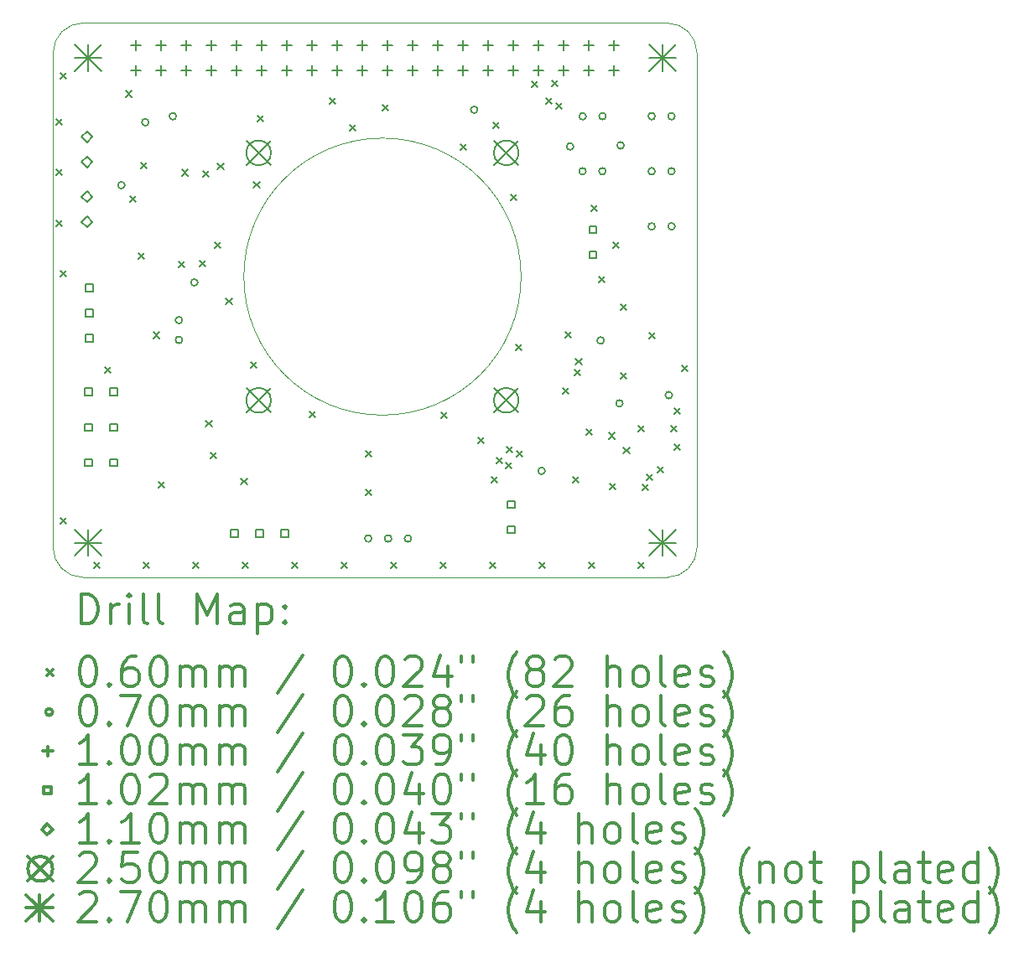
<source format=gbr>
%FSLAX45Y45*%
G04 Gerber Fmt 4.5, Leading zero omitted, Abs format (unit mm)*
G04 Created by KiCad (PCBNEW 5.0.0-fee4fd1~66~ubuntu18.04.1) date Wed Oct 10 22:15:13 2018*
%MOMM*%
%LPD*%
G01*
G04 APERTURE LIST*
%ADD10C,0.100000*%
%ADD11C,0.200000*%
%ADD12C,0.300000*%
G04 APERTURE END LIST*
D10*
X24724142Y-11962160D02*
G75*
G03X24724142Y-11962160I-1399282J0D01*
G01*
X20000000Y-11300000D02*
X20000000Y-13100000D01*
X20000000Y-9700000D02*
X20000000Y-11300000D01*
X26500000Y-9700000D02*
G75*
G03X26200000Y-9400000I-300000J0D01*
G01*
X26200000Y-15000000D02*
G75*
G03X26500000Y-14700000I0J300000D01*
G01*
X20000000Y-14700000D02*
G75*
G03X20300000Y-15000000I300000J0D01*
G01*
X20300000Y-9400000D02*
G75*
G03X20000000Y-9700000I0J-300000D01*
G01*
X26200000Y-9400000D02*
X20300000Y-9400000D01*
X26500000Y-14700000D02*
X26500000Y-9700000D01*
X20300000Y-15000000D02*
X26200000Y-15000000D01*
X20000000Y-13100000D02*
X20000000Y-14700000D01*
D11*
X20031679Y-10372313D02*
X20091679Y-10432313D01*
X20091679Y-10372313D02*
X20031679Y-10432313D01*
X20031679Y-10874603D02*
X20091679Y-10934603D01*
X20091679Y-10874603D02*
X20031679Y-10934603D01*
X20031679Y-11392363D02*
X20091679Y-11452363D01*
X20091679Y-11392363D02*
X20031679Y-11452363D01*
X20076680Y-9901040D02*
X20136680Y-9961040D01*
X20136680Y-9901040D02*
X20076680Y-9961040D01*
X20076680Y-11901040D02*
X20136680Y-11961040D01*
X20136680Y-11901040D02*
X20076680Y-11961040D01*
X20076680Y-14401040D02*
X20136680Y-14461040D01*
X20136680Y-14401040D02*
X20076680Y-14461040D01*
X20408520Y-14848080D02*
X20468520Y-14908080D01*
X20468520Y-14848080D02*
X20408520Y-14908080D01*
X20518640Y-12871960D02*
X20578640Y-12931960D01*
X20578640Y-12871960D02*
X20518640Y-12931960D01*
X20737080Y-10085580D02*
X20797080Y-10145580D01*
X20797080Y-10085580D02*
X20737080Y-10145580D01*
X20774461Y-11147864D02*
X20834461Y-11207864D01*
X20834461Y-11147864D02*
X20774461Y-11207864D01*
X20864080Y-11723880D02*
X20924080Y-11783880D01*
X20924080Y-11723880D02*
X20864080Y-11783880D01*
X20884400Y-10806940D02*
X20944400Y-10866940D01*
X20944400Y-10806940D02*
X20884400Y-10866940D01*
X20908520Y-14848080D02*
X20968520Y-14908080D01*
X20968520Y-14848080D02*
X20908520Y-14908080D01*
X21011400Y-12523980D02*
X21071400Y-12583980D01*
X21071400Y-12523980D02*
X21011400Y-12583980D01*
X21062200Y-14032740D02*
X21122200Y-14092740D01*
X21122200Y-14032740D02*
X21062200Y-14092740D01*
X21270480Y-11805160D02*
X21330480Y-11865160D01*
X21330480Y-11805160D02*
X21270480Y-11865160D01*
X21298181Y-10881877D02*
X21358181Y-10941877D01*
X21358181Y-10881877D02*
X21298181Y-10941877D01*
X21408520Y-14848080D02*
X21468520Y-14908080D01*
X21468520Y-14848080D02*
X21408520Y-14908080D01*
X21476220Y-11802620D02*
X21536220Y-11862620D01*
X21536220Y-11802620D02*
X21476220Y-11862620D01*
X21509689Y-10895457D02*
X21569689Y-10955457D01*
X21569689Y-10895457D02*
X21509689Y-10955457D01*
X21542260Y-13420600D02*
X21602260Y-13480600D01*
X21602260Y-13420600D02*
X21542260Y-13480600D01*
X21590520Y-13738100D02*
X21650520Y-13798100D01*
X21650520Y-13738100D02*
X21590520Y-13798100D01*
X21627901Y-11616943D02*
X21687901Y-11676943D01*
X21687901Y-11616943D02*
X21627901Y-11676943D01*
X21660921Y-10815921D02*
X21720921Y-10875921D01*
X21720921Y-10815921D02*
X21660921Y-10875921D01*
X21745460Y-12183620D02*
X21805460Y-12243620D01*
X21805460Y-12183620D02*
X21745460Y-12243620D01*
X21897860Y-13999720D02*
X21957860Y-14059720D01*
X21957860Y-13999720D02*
X21897860Y-14059720D01*
X21908520Y-14848080D02*
X21968520Y-14908080D01*
X21968520Y-14848080D02*
X21908520Y-14908080D01*
X21994380Y-12826240D02*
X22054380Y-12886240D01*
X22054380Y-12826240D02*
X21994380Y-12886240D01*
X22024860Y-11002520D02*
X22084860Y-11062520D01*
X22084860Y-11002520D02*
X22024860Y-11062520D01*
X22060420Y-10334500D02*
X22120420Y-10394500D01*
X22120420Y-10334500D02*
X22060420Y-10394500D01*
X22408520Y-14848080D02*
X22468520Y-14908080D01*
X22468520Y-14848080D02*
X22408520Y-14908080D01*
X22586200Y-13321540D02*
X22646200Y-13381540D01*
X22646200Y-13321540D02*
X22586200Y-13381540D01*
X22791940Y-10156700D02*
X22851940Y-10216700D01*
X22851940Y-10156700D02*
X22791940Y-10216700D01*
X22908520Y-14848080D02*
X22968520Y-14908080D01*
X22968520Y-14848080D02*
X22908520Y-14908080D01*
X22992600Y-10431020D02*
X23052600Y-10491020D01*
X23052600Y-10431020D02*
X22992600Y-10491020D01*
X23152620Y-14111480D02*
X23212620Y-14171480D01*
X23212620Y-14111480D02*
X23152620Y-14171480D01*
X23157700Y-13722860D02*
X23217700Y-13782860D01*
X23217700Y-13722860D02*
X23157700Y-13782860D01*
X23325340Y-10225280D02*
X23385340Y-10285280D01*
X23385340Y-10225280D02*
X23325340Y-10285280D01*
X23408520Y-14848080D02*
X23468520Y-14908080D01*
X23468520Y-14848080D02*
X23408520Y-14908080D01*
X23908520Y-14848080D02*
X23968520Y-14908080D01*
X23968520Y-14848080D02*
X23908520Y-14908080D01*
X23917160Y-13329160D02*
X23977160Y-13389160D01*
X23977160Y-13329160D02*
X23917160Y-13389160D01*
X24110200Y-10624060D02*
X24170200Y-10684060D01*
X24170200Y-10624060D02*
X24110200Y-10684060D01*
X24288000Y-13588240D02*
X24348000Y-13648240D01*
X24348000Y-13588240D02*
X24288000Y-13648240D01*
X24408520Y-14848080D02*
X24468520Y-14908080D01*
X24468520Y-14848080D02*
X24408520Y-14908080D01*
X24421645Y-13983944D02*
X24481645Y-14043944D01*
X24481645Y-13983944D02*
X24421645Y-14043944D01*
X24445480Y-10403080D02*
X24505480Y-10463080D01*
X24505480Y-10403080D02*
X24445480Y-10463080D01*
X24472631Y-13790819D02*
X24532631Y-13850819D01*
X24532631Y-13790819D02*
X24472631Y-13850819D01*
X24571962Y-13842550D02*
X24631962Y-13902550D01*
X24631962Y-13842550D02*
X24571962Y-13902550D01*
X24578111Y-13682806D02*
X24638111Y-13742806D01*
X24638111Y-13682806D02*
X24578111Y-13742806D01*
X24618200Y-11134600D02*
X24678200Y-11194600D01*
X24678200Y-11134600D02*
X24618200Y-11194600D01*
X24674080Y-12645900D02*
X24734080Y-12705900D01*
X24734080Y-12645900D02*
X24674080Y-12705900D01*
X24682161Y-13719467D02*
X24742161Y-13779467D01*
X24742161Y-13719467D02*
X24682161Y-13779467D01*
X24830473Y-9991754D02*
X24890473Y-10051754D01*
X24890473Y-9991754D02*
X24830473Y-10051754D01*
X24908520Y-14848080D02*
X24968520Y-14908080D01*
X24968520Y-14848080D02*
X24908520Y-14908080D01*
X24975049Y-10155932D02*
X25035049Y-10215932D01*
X25035049Y-10155932D02*
X24975049Y-10215932D01*
X25037817Y-9976551D02*
X25097817Y-10036551D01*
X25097817Y-9976551D02*
X25037817Y-10036551D01*
X25076757Y-10207932D02*
X25136757Y-10267932D01*
X25136757Y-10207932D02*
X25076757Y-10267932D01*
X25142031Y-13086391D02*
X25202031Y-13146391D01*
X25202031Y-13086391D02*
X25142031Y-13146391D01*
X25169380Y-12521440D02*
X25229380Y-12581440D01*
X25229380Y-12521440D02*
X25169380Y-12581440D01*
X25243526Y-13988225D02*
X25303526Y-14048225D01*
X25303526Y-13988225D02*
X25243526Y-14048225D01*
X25260177Y-12897946D02*
X25320177Y-12957946D01*
X25320177Y-12897946D02*
X25260177Y-12957946D01*
X25275563Y-12788703D02*
X25335563Y-12848703D01*
X25335563Y-12788703D02*
X25275563Y-12848703D01*
X25385280Y-13501880D02*
X25445280Y-13561880D01*
X25445280Y-13501880D02*
X25385280Y-13561880D01*
X25408520Y-14848080D02*
X25468520Y-14908080D01*
X25468520Y-14848080D02*
X25408520Y-14908080D01*
X25431000Y-11238740D02*
X25491000Y-11298740D01*
X25491000Y-11238740D02*
X25431000Y-11298740D01*
X25507200Y-11962640D02*
X25567200Y-12022640D01*
X25567200Y-11962640D02*
X25507200Y-12022640D01*
X25608800Y-13539980D02*
X25668800Y-13599980D01*
X25668800Y-13539980D02*
X25608800Y-13599980D01*
X25618960Y-14055600D02*
X25678960Y-14115600D01*
X25678960Y-14055600D02*
X25618960Y-14115600D01*
X25650743Y-11610883D02*
X25710743Y-11670883D01*
X25710743Y-11610883D02*
X25650743Y-11670883D01*
X25728180Y-12242040D02*
X25788180Y-12302040D01*
X25788180Y-12242040D02*
X25728180Y-12302040D01*
X25731444Y-12934741D02*
X25791444Y-12994741D01*
X25791444Y-12934741D02*
X25731444Y-12994741D01*
X25758660Y-13684760D02*
X25818660Y-13744760D01*
X25818660Y-13684760D02*
X25758660Y-13744760D01*
X25907608Y-13467232D02*
X25967608Y-13527232D01*
X25967608Y-13467232D02*
X25907608Y-13527232D01*
X25908520Y-14848080D02*
X25968520Y-14908080D01*
X25968520Y-14848080D02*
X25908520Y-14908080D01*
X25952645Y-14063996D02*
X26012645Y-14123996D01*
X26012645Y-14063996D02*
X25952645Y-14123996D01*
X25991915Y-13960901D02*
X26051915Y-14020901D01*
X26051915Y-13960901D02*
X25991915Y-14020901D01*
X26017740Y-12531600D02*
X26077740Y-12591600D01*
X26077740Y-12531600D02*
X26017740Y-12591600D01*
X26104100Y-13885420D02*
X26164100Y-13945420D01*
X26164100Y-13885420D02*
X26104100Y-13945420D01*
X26234148Y-13465304D02*
X26294148Y-13525304D01*
X26294148Y-13465304D02*
X26234148Y-13525304D01*
X26271161Y-13287720D02*
X26331161Y-13347720D01*
X26331161Y-13287720D02*
X26271161Y-13347720D01*
X26271740Y-13651740D02*
X26331740Y-13711740D01*
X26331740Y-13651740D02*
X26271740Y-13711740D01*
X26345400Y-12856720D02*
X26405400Y-12916720D01*
X26405400Y-12856720D02*
X26345400Y-12916720D01*
X20723340Y-11038108D02*
G75*
G03X20723340Y-11038108I-35000J0D01*
G01*
X20964640Y-10402600D02*
G75*
G03X20964640Y-10402600I-35000J0D01*
G01*
X21244040Y-10341640D02*
G75*
G03X21244040Y-10341640I-35000J0D01*
G01*
X21459940Y-12020580D02*
G75*
G03X21459940Y-12020580I-35000J0D01*
G01*
X24286148Y-10276245D02*
G75*
G03X24286148Y-10276245I-35000J0D01*
G01*
X24965559Y-13924514D02*
G75*
G03X24965559Y-13924514I-35000J0D01*
G01*
X25254700Y-10646440D02*
G75*
G03X25254700Y-10646440I-35000J0D01*
G01*
X25562040Y-12607320D02*
G75*
G03X25562040Y-12607320I-35000J0D01*
G01*
X25752821Y-13243116D02*
G75*
G03X25752821Y-13243116I-35000J0D01*
G01*
X25762700Y-10636280D02*
G75*
G03X25762700Y-10636280I-35000J0D01*
G01*
X26250669Y-13159745D02*
G75*
G03X26250669Y-13159745I-35000J0D01*
G01*
X25381700Y-10341640D02*
G75*
G03X25381700Y-10341640I-35000J0D01*
G01*
X25581700Y-10341640D02*
G75*
G03X25581700Y-10341640I-35000J0D01*
G01*
X26077660Y-10341640D02*
G75*
G03X26077660Y-10341640I-35000J0D01*
G01*
X26277660Y-10341640D02*
G75*
G03X26277660Y-10341640I-35000J0D01*
G01*
X25379820Y-10897900D02*
G75*
G03X25379820Y-10897900I-35000J0D01*
G01*
X25579820Y-10897900D02*
G75*
G03X25579820Y-10897900I-35000J0D01*
G01*
X23216858Y-14608078D02*
G75*
G03X23216858Y-14608078I-35000J0D01*
G01*
X23416858Y-14608078D02*
G75*
G03X23416858Y-14608078I-35000J0D01*
G01*
X23616858Y-14608078D02*
G75*
G03X23616858Y-14608078I-35000J0D01*
G01*
X21305000Y-12401580D02*
G75*
G03X21305000Y-12401580I-35000J0D01*
G01*
X21305000Y-12601580D02*
G75*
G03X21305000Y-12601580I-35000J0D01*
G01*
X26077660Y-10897900D02*
G75*
G03X26077660Y-10897900I-35000J0D01*
G01*
X26277660Y-10897900D02*
G75*
G03X26277660Y-10897900I-35000J0D01*
G01*
X26077660Y-11454160D02*
G75*
G03X26077660Y-11454160I-35000J0D01*
G01*
X26277660Y-11454160D02*
G75*
G03X26277660Y-11454160I-35000J0D01*
G01*
X20837000Y-9573000D02*
X20837000Y-9673000D01*
X20787000Y-9623000D02*
X20887000Y-9623000D01*
X20837000Y-9827000D02*
X20837000Y-9927000D01*
X20787000Y-9877000D02*
X20887000Y-9877000D01*
X21091000Y-9573000D02*
X21091000Y-9673000D01*
X21041000Y-9623000D02*
X21141000Y-9623000D01*
X21091000Y-9827000D02*
X21091000Y-9927000D01*
X21041000Y-9877000D02*
X21141000Y-9877000D01*
X21345000Y-9573000D02*
X21345000Y-9673000D01*
X21295000Y-9623000D02*
X21395000Y-9623000D01*
X21345000Y-9827000D02*
X21345000Y-9927000D01*
X21295000Y-9877000D02*
X21395000Y-9877000D01*
X21599000Y-9573000D02*
X21599000Y-9673000D01*
X21549000Y-9623000D02*
X21649000Y-9623000D01*
X21599000Y-9827000D02*
X21599000Y-9927000D01*
X21549000Y-9877000D02*
X21649000Y-9877000D01*
X21853000Y-9573000D02*
X21853000Y-9673000D01*
X21803000Y-9623000D02*
X21903000Y-9623000D01*
X21853000Y-9827000D02*
X21853000Y-9927000D01*
X21803000Y-9877000D02*
X21903000Y-9877000D01*
X22107000Y-9573000D02*
X22107000Y-9673000D01*
X22057000Y-9623000D02*
X22157000Y-9623000D01*
X22107000Y-9827000D02*
X22107000Y-9927000D01*
X22057000Y-9877000D02*
X22157000Y-9877000D01*
X22361000Y-9573000D02*
X22361000Y-9673000D01*
X22311000Y-9623000D02*
X22411000Y-9623000D01*
X22361000Y-9827000D02*
X22361000Y-9927000D01*
X22311000Y-9877000D02*
X22411000Y-9877000D01*
X22615000Y-9573000D02*
X22615000Y-9673000D01*
X22565000Y-9623000D02*
X22665000Y-9623000D01*
X22615000Y-9827000D02*
X22615000Y-9927000D01*
X22565000Y-9877000D02*
X22665000Y-9877000D01*
X22869000Y-9573000D02*
X22869000Y-9673000D01*
X22819000Y-9623000D02*
X22919000Y-9623000D01*
X22869000Y-9827000D02*
X22869000Y-9927000D01*
X22819000Y-9877000D02*
X22919000Y-9877000D01*
X23123000Y-9573000D02*
X23123000Y-9673000D01*
X23073000Y-9623000D02*
X23173000Y-9623000D01*
X23123000Y-9827000D02*
X23123000Y-9927000D01*
X23073000Y-9877000D02*
X23173000Y-9877000D01*
X23377000Y-9573000D02*
X23377000Y-9673000D01*
X23327000Y-9623000D02*
X23427000Y-9623000D01*
X23377000Y-9827000D02*
X23377000Y-9927000D01*
X23327000Y-9877000D02*
X23427000Y-9877000D01*
X23631000Y-9573000D02*
X23631000Y-9673000D01*
X23581000Y-9623000D02*
X23681000Y-9623000D01*
X23631000Y-9827000D02*
X23631000Y-9927000D01*
X23581000Y-9877000D02*
X23681000Y-9877000D01*
X23885000Y-9573000D02*
X23885000Y-9673000D01*
X23835000Y-9623000D02*
X23935000Y-9623000D01*
X23885000Y-9827000D02*
X23885000Y-9927000D01*
X23835000Y-9877000D02*
X23935000Y-9877000D01*
X24139000Y-9573000D02*
X24139000Y-9673000D01*
X24089000Y-9623000D02*
X24189000Y-9623000D01*
X24139000Y-9827000D02*
X24139000Y-9927000D01*
X24089000Y-9877000D02*
X24189000Y-9877000D01*
X24393000Y-9573000D02*
X24393000Y-9673000D01*
X24343000Y-9623000D02*
X24443000Y-9623000D01*
X24393000Y-9827000D02*
X24393000Y-9927000D01*
X24343000Y-9877000D02*
X24443000Y-9877000D01*
X24647000Y-9573000D02*
X24647000Y-9673000D01*
X24597000Y-9623000D02*
X24697000Y-9623000D01*
X24647000Y-9827000D02*
X24647000Y-9927000D01*
X24597000Y-9877000D02*
X24697000Y-9877000D01*
X24901000Y-9573000D02*
X24901000Y-9673000D01*
X24851000Y-9623000D02*
X24951000Y-9623000D01*
X24901000Y-9827000D02*
X24901000Y-9927000D01*
X24851000Y-9877000D02*
X24951000Y-9877000D01*
X25155000Y-9573000D02*
X25155000Y-9673000D01*
X25105000Y-9623000D02*
X25205000Y-9623000D01*
X25155000Y-9827000D02*
X25155000Y-9927000D01*
X25105000Y-9877000D02*
X25205000Y-9877000D01*
X25409000Y-9573000D02*
X25409000Y-9673000D01*
X25359000Y-9623000D02*
X25459000Y-9623000D01*
X25409000Y-9827000D02*
X25409000Y-9927000D01*
X25359000Y-9877000D02*
X25459000Y-9877000D01*
X25663000Y-9573000D02*
X25663000Y-9673000D01*
X25613000Y-9623000D02*
X25713000Y-9623000D01*
X25663000Y-9827000D02*
X25663000Y-9927000D01*
X25613000Y-9877000D02*
X25713000Y-9877000D01*
X21867261Y-14591421D02*
X21867261Y-14519579D01*
X21795419Y-14519579D01*
X21795419Y-14591421D01*
X21867261Y-14591421D01*
X22121261Y-14591421D02*
X22121261Y-14519579D01*
X22049419Y-14519579D01*
X22049419Y-14591421D01*
X22121261Y-14591421D01*
X22375261Y-14591421D02*
X22375261Y-14519579D01*
X22303419Y-14519579D01*
X22303419Y-14591421D01*
X22375261Y-14591421D01*
X20401681Y-12112381D02*
X20401681Y-12040539D01*
X20329839Y-12040539D01*
X20329839Y-12112381D01*
X20401681Y-12112381D01*
X20401681Y-12366381D02*
X20401681Y-12294539D01*
X20329839Y-12294539D01*
X20329839Y-12366381D01*
X20401681Y-12366381D01*
X20401681Y-12620381D02*
X20401681Y-12548539D01*
X20329839Y-12548539D01*
X20329839Y-12620381D01*
X20401681Y-12620381D01*
X20394061Y-13875141D02*
X20394061Y-13803299D01*
X20322219Y-13803299D01*
X20322219Y-13875141D01*
X20394061Y-13875141D01*
X20648061Y-13875141D02*
X20648061Y-13803299D01*
X20576219Y-13803299D01*
X20576219Y-13875141D01*
X20648061Y-13875141D01*
X20394061Y-13161401D02*
X20394061Y-13089559D01*
X20322219Y-13089559D01*
X20322219Y-13161401D01*
X20394061Y-13161401D01*
X20648061Y-13161401D02*
X20648061Y-13089559D01*
X20576219Y-13089559D01*
X20576219Y-13161401D01*
X20648061Y-13161401D01*
X20394061Y-13522081D02*
X20394061Y-13450239D01*
X20322219Y-13450239D01*
X20322219Y-13522081D01*
X20394061Y-13522081D01*
X20648061Y-13522081D02*
X20648061Y-13450239D01*
X20576219Y-13450239D01*
X20576219Y-13522081D01*
X20648061Y-13522081D01*
X25484221Y-11521323D02*
X25484221Y-11449481D01*
X25412379Y-11449481D01*
X25412379Y-11521323D01*
X25484221Y-11521323D01*
X25484221Y-11775323D02*
X25484221Y-11703481D01*
X25412379Y-11703481D01*
X25412379Y-11775323D01*
X25484221Y-11775323D01*
X24661261Y-14299321D02*
X24661261Y-14227479D01*
X24589419Y-14227479D01*
X24589419Y-14299321D01*
X24661261Y-14299321D01*
X24661261Y-14553321D02*
X24661261Y-14481479D01*
X24589419Y-14481479D01*
X24589419Y-14553321D01*
X24661261Y-14553321D01*
X20342632Y-10604056D02*
X20397496Y-10549192D01*
X20342632Y-10494328D01*
X20287768Y-10549192D01*
X20342632Y-10604056D01*
X20342632Y-10858056D02*
X20397496Y-10803192D01*
X20342632Y-10748328D01*
X20287768Y-10803192D01*
X20342632Y-10858056D01*
X20342632Y-11209056D02*
X20397496Y-11154192D01*
X20342632Y-11099328D01*
X20287768Y-11154192D01*
X20342632Y-11209056D01*
X20342632Y-11463056D02*
X20397496Y-11408192D01*
X20342632Y-11353328D01*
X20287768Y-11408192D01*
X20342632Y-11463056D01*
X21949540Y-10586840D02*
X22199540Y-10836840D01*
X22199540Y-10586840D02*
X21949540Y-10836840D01*
X22199540Y-10711840D02*
G75*
G03X22199540Y-10711840I-125000J0D01*
G01*
X21949540Y-13086840D02*
X22199540Y-13336840D01*
X22199540Y-13086840D02*
X21949540Y-13336840D01*
X22199540Y-13211840D02*
G75*
G03X22199540Y-13211840I-125000J0D01*
G01*
X24449540Y-10586840D02*
X24699540Y-10836840D01*
X24699540Y-10586840D02*
X24449540Y-10836840D01*
X24699540Y-10711840D02*
G75*
G03X24699540Y-10711840I-125000J0D01*
G01*
X24449540Y-13086840D02*
X24699540Y-13336840D01*
X24699540Y-13086840D02*
X24449540Y-13336840D01*
X24699540Y-13211840D02*
G75*
G03X24699540Y-13211840I-125000J0D01*
G01*
X20215000Y-9615000D02*
X20485000Y-9885000D01*
X20485000Y-9615000D02*
X20215000Y-9885000D01*
X20350000Y-9615000D02*
X20350000Y-9885000D01*
X20215000Y-9750000D02*
X20485000Y-9750000D01*
X26015000Y-9615000D02*
X26285000Y-9885000D01*
X26285000Y-9615000D02*
X26015000Y-9885000D01*
X26150000Y-9615000D02*
X26150000Y-9885000D01*
X26015000Y-9750000D02*
X26285000Y-9750000D01*
X20215000Y-14515000D02*
X20485000Y-14785000D01*
X20485000Y-14515000D02*
X20215000Y-14785000D01*
X20350000Y-14515000D02*
X20350000Y-14785000D01*
X20215000Y-14650000D02*
X20485000Y-14650000D01*
X26015000Y-14515000D02*
X26285000Y-14785000D01*
X26285000Y-14515000D02*
X26015000Y-14785000D01*
X26150000Y-14515000D02*
X26150000Y-14785000D01*
X26015000Y-14650000D02*
X26285000Y-14650000D01*
D12*
X20281428Y-15470714D02*
X20281428Y-15170714D01*
X20352857Y-15170714D01*
X20395714Y-15185000D01*
X20424286Y-15213571D01*
X20438571Y-15242143D01*
X20452857Y-15299286D01*
X20452857Y-15342143D01*
X20438571Y-15399286D01*
X20424286Y-15427857D01*
X20395714Y-15456429D01*
X20352857Y-15470714D01*
X20281428Y-15470714D01*
X20581428Y-15470714D02*
X20581428Y-15270714D01*
X20581428Y-15327857D02*
X20595714Y-15299286D01*
X20610000Y-15285000D01*
X20638571Y-15270714D01*
X20667143Y-15270714D01*
X20767143Y-15470714D02*
X20767143Y-15270714D01*
X20767143Y-15170714D02*
X20752857Y-15185000D01*
X20767143Y-15199286D01*
X20781428Y-15185000D01*
X20767143Y-15170714D01*
X20767143Y-15199286D01*
X20952857Y-15470714D02*
X20924286Y-15456429D01*
X20910000Y-15427857D01*
X20910000Y-15170714D01*
X21110000Y-15470714D02*
X21081428Y-15456429D01*
X21067143Y-15427857D01*
X21067143Y-15170714D01*
X21452857Y-15470714D02*
X21452857Y-15170714D01*
X21552857Y-15385000D01*
X21652857Y-15170714D01*
X21652857Y-15470714D01*
X21924286Y-15470714D02*
X21924286Y-15313571D01*
X21910000Y-15285000D01*
X21881428Y-15270714D01*
X21824286Y-15270714D01*
X21795714Y-15285000D01*
X21924286Y-15456429D02*
X21895714Y-15470714D01*
X21824286Y-15470714D01*
X21795714Y-15456429D01*
X21781428Y-15427857D01*
X21781428Y-15399286D01*
X21795714Y-15370714D01*
X21824286Y-15356429D01*
X21895714Y-15356429D01*
X21924286Y-15342143D01*
X22067143Y-15270714D02*
X22067143Y-15570714D01*
X22067143Y-15285000D02*
X22095714Y-15270714D01*
X22152857Y-15270714D01*
X22181428Y-15285000D01*
X22195714Y-15299286D01*
X22210000Y-15327857D01*
X22210000Y-15413571D01*
X22195714Y-15442143D01*
X22181428Y-15456429D01*
X22152857Y-15470714D01*
X22095714Y-15470714D01*
X22067143Y-15456429D01*
X22338571Y-15442143D02*
X22352857Y-15456429D01*
X22338571Y-15470714D01*
X22324286Y-15456429D01*
X22338571Y-15442143D01*
X22338571Y-15470714D01*
X22338571Y-15285000D02*
X22352857Y-15299286D01*
X22338571Y-15313571D01*
X22324286Y-15299286D01*
X22338571Y-15285000D01*
X22338571Y-15313571D01*
X19935000Y-15935000D02*
X19995000Y-15995000D01*
X19995000Y-15935000D02*
X19935000Y-15995000D01*
X20338571Y-15800714D02*
X20367143Y-15800714D01*
X20395714Y-15815000D01*
X20410000Y-15829286D01*
X20424286Y-15857857D01*
X20438571Y-15915000D01*
X20438571Y-15986429D01*
X20424286Y-16043571D01*
X20410000Y-16072143D01*
X20395714Y-16086429D01*
X20367143Y-16100714D01*
X20338571Y-16100714D01*
X20310000Y-16086429D01*
X20295714Y-16072143D01*
X20281428Y-16043571D01*
X20267143Y-15986429D01*
X20267143Y-15915000D01*
X20281428Y-15857857D01*
X20295714Y-15829286D01*
X20310000Y-15815000D01*
X20338571Y-15800714D01*
X20567143Y-16072143D02*
X20581428Y-16086429D01*
X20567143Y-16100714D01*
X20552857Y-16086429D01*
X20567143Y-16072143D01*
X20567143Y-16100714D01*
X20838571Y-15800714D02*
X20781428Y-15800714D01*
X20752857Y-15815000D01*
X20738571Y-15829286D01*
X20710000Y-15872143D01*
X20695714Y-15929286D01*
X20695714Y-16043571D01*
X20710000Y-16072143D01*
X20724286Y-16086429D01*
X20752857Y-16100714D01*
X20810000Y-16100714D01*
X20838571Y-16086429D01*
X20852857Y-16072143D01*
X20867143Y-16043571D01*
X20867143Y-15972143D01*
X20852857Y-15943571D01*
X20838571Y-15929286D01*
X20810000Y-15915000D01*
X20752857Y-15915000D01*
X20724286Y-15929286D01*
X20710000Y-15943571D01*
X20695714Y-15972143D01*
X21052857Y-15800714D02*
X21081428Y-15800714D01*
X21110000Y-15815000D01*
X21124286Y-15829286D01*
X21138571Y-15857857D01*
X21152857Y-15915000D01*
X21152857Y-15986429D01*
X21138571Y-16043571D01*
X21124286Y-16072143D01*
X21110000Y-16086429D01*
X21081428Y-16100714D01*
X21052857Y-16100714D01*
X21024286Y-16086429D01*
X21010000Y-16072143D01*
X20995714Y-16043571D01*
X20981428Y-15986429D01*
X20981428Y-15915000D01*
X20995714Y-15857857D01*
X21010000Y-15829286D01*
X21024286Y-15815000D01*
X21052857Y-15800714D01*
X21281428Y-16100714D02*
X21281428Y-15900714D01*
X21281428Y-15929286D02*
X21295714Y-15915000D01*
X21324286Y-15900714D01*
X21367143Y-15900714D01*
X21395714Y-15915000D01*
X21410000Y-15943571D01*
X21410000Y-16100714D01*
X21410000Y-15943571D02*
X21424286Y-15915000D01*
X21452857Y-15900714D01*
X21495714Y-15900714D01*
X21524286Y-15915000D01*
X21538571Y-15943571D01*
X21538571Y-16100714D01*
X21681428Y-16100714D02*
X21681428Y-15900714D01*
X21681428Y-15929286D02*
X21695714Y-15915000D01*
X21724286Y-15900714D01*
X21767143Y-15900714D01*
X21795714Y-15915000D01*
X21810000Y-15943571D01*
X21810000Y-16100714D01*
X21810000Y-15943571D02*
X21824286Y-15915000D01*
X21852857Y-15900714D01*
X21895714Y-15900714D01*
X21924286Y-15915000D01*
X21938571Y-15943571D01*
X21938571Y-16100714D01*
X22524286Y-15786429D02*
X22267143Y-16172143D01*
X22910000Y-15800714D02*
X22938571Y-15800714D01*
X22967143Y-15815000D01*
X22981428Y-15829286D01*
X22995714Y-15857857D01*
X23010000Y-15915000D01*
X23010000Y-15986429D01*
X22995714Y-16043571D01*
X22981428Y-16072143D01*
X22967143Y-16086429D01*
X22938571Y-16100714D01*
X22910000Y-16100714D01*
X22881428Y-16086429D01*
X22867143Y-16072143D01*
X22852857Y-16043571D01*
X22838571Y-15986429D01*
X22838571Y-15915000D01*
X22852857Y-15857857D01*
X22867143Y-15829286D01*
X22881428Y-15815000D01*
X22910000Y-15800714D01*
X23138571Y-16072143D02*
X23152857Y-16086429D01*
X23138571Y-16100714D01*
X23124286Y-16086429D01*
X23138571Y-16072143D01*
X23138571Y-16100714D01*
X23338571Y-15800714D02*
X23367143Y-15800714D01*
X23395714Y-15815000D01*
X23410000Y-15829286D01*
X23424286Y-15857857D01*
X23438571Y-15915000D01*
X23438571Y-15986429D01*
X23424286Y-16043571D01*
X23410000Y-16072143D01*
X23395714Y-16086429D01*
X23367143Y-16100714D01*
X23338571Y-16100714D01*
X23310000Y-16086429D01*
X23295714Y-16072143D01*
X23281428Y-16043571D01*
X23267143Y-15986429D01*
X23267143Y-15915000D01*
X23281428Y-15857857D01*
X23295714Y-15829286D01*
X23310000Y-15815000D01*
X23338571Y-15800714D01*
X23552857Y-15829286D02*
X23567143Y-15815000D01*
X23595714Y-15800714D01*
X23667143Y-15800714D01*
X23695714Y-15815000D01*
X23710000Y-15829286D01*
X23724286Y-15857857D01*
X23724286Y-15886429D01*
X23710000Y-15929286D01*
X23538571Y-16100714D01*
X23724286Y-16100714D01*
X23981428Y-15900714D02*
X23981428Y-16100714D01*
X23910000Y-15786429D02*
X23838571Y-16000714D01*
X24024286Y-16000714D01*
X24124286Y-15800714D02*
X24124286Y-15857857D01*
X24238571Y-15800714D02*
X24238571Y-15857857D01*
X24681428Y-16215000D02*
X24667143Y-16200714D01*
X24638571Y-16157857D01*
X24624286Y-16129286D01*
X24610000Y-16086429D01*
X24595714Y-16015000D01*
X24595714Y-15957857D01*
X24610000Y-15886429D01*
X24624286Y-15843571D01*
X24638571Y-15815000D01*
X24667143Y-15772143D01*
X24681428Y-15757857D01*
X24838571Y-15929286D02*
X24810000Y-15915000D01*
X24795714Y-15900714D01*
X24781428Y-15872143D01*
X24781428Y-15857857D01*
X24795714Y-15829286D01*
X24810000Y-15815000D01*
X24838571Y-15800714D01*
X24895714Y-15800714D01*
X24924286Y-15815000D01*
X24938571Y-15829286D01*
X24952857Y-15857857D01*
X24952857Y-15872143D01*
X24938571Y-15900714D01*
X24924286Y-15915000D01*
X24895714Y-15929286D01*
X24838571Y-15929286D01*
X24810000Y-15943571D01*
X24795714Y-15957857D01*
X24781428Y-15986429D01*
X24781428Y-16043571D01*
X24795714Y-16072143D01*
X24810000Y-16086429D01*
X24838571Y-16100714D01*
X24895714Y-16100714D01*
X24924286Y-16086429D01*
X24938571Y-16072143D01*
X24952857Y-16043571D01*
X24952857Y-15986429D01*
X24938571Y-15957857D01*
X24924286Y-15943571D01*
X24895714Y-15929286D01*
X25067143Y-15829286D02*
X25081428Y-15815000D01*
X25110000Y-15800714D01*
X25181428Y-15800714D01*
X25210000Y-15815000D01*
X25224286Y-15829286D01*
X25238571Y-15857857D01*
X25238571Y-15886429D01*
X25224286Y-15929286D01*
X25052857Y-16100714D01*
X25238571Y-16100714D01*
X25595714Y-16100714D02*
X25595714Y-15800714D01*
X25724286Y-16100714D02*
X25724286Y-15943571D01*
X25710000Y-15915000D01*
X25681428Y-15900714D01*
X25638571Y-15900714D01*
X25610000Y-15915000D01*
X25595714Y-15929286D01*
X25910000Y-16100714D02*
X25881428Y-16086429D01*
X25867143Y-16072143D01*
X25852857Y-16043571D01*
X25852857Y-15957857D01*
X25867143Y-15929286D01*
X25881428Y-15915000D01*
X25910000Y-15900714D01*
X25952857Y-15900714D01*
X25981428Y-15915000D01*
X25995714Y-15929286D01*
X26010000Y-15957857D01*
X26010000Y-16043571D01*
X25995714Y-16072143D01*
X25981428Y-16086429D01*
X25952857Y-16100714D01*
X25910000Y-16100714D01*
X26181428Y-16100714D02*
X26152857Y-16086429D01*
X26138571Y-16057857D01*
X26138571Y-15800714D01*
X26410000Y-16086429D02*
X26381428Y-16100714D01*
X26324286Y-16100714D01*
X26295714Y-16086429D01*
X26281428Y-16057857D01*
X26281428Y-15943571D01*
X26295714Y-15915000D01*
X26324286Y-15900714D01*
X26381428Y-15900714D01*
X26410000Y-15915000D01*
X26424286Y-15943571D01*
X26424286Y-15972143D01*
X26281428Y-16000714D01*
X26538571Y-16086429D02*
X26567143Y-16100714D01*
X26624286Y-16100714D01*
X26652857Y-16086429D01*
X26667143Y-16057857D01*
X26667143Y-16043571D01*
X26652857Y-16015000D01*
X26624286Y-16000714D01*
X26581428Y-16000714D01*
X26552857Y-15986429D01*
X26538571Y-15957857D01*
X26538571Y-15943571D01*
X26552857Y-15915000D01*
X26581428Y-15900714D01*
X26624286Y-15900714D01*
X26652857Y-15915000D01*
X26767143Y-16215000D02*
X26781428Y-16200714D01*
X26810000Y-16157857D01*
X26824286Y-16129286D01*
X26838571Y-16086429D01*
X26852857Y-16015000D01*
X26852857Y-15957857D01*
X26838571Y-15886429D01*
X26824286Y-15843571D01*
X26810000Y-15815000D01*
X26781428Y-15772143D01*
X26767143Y-15757857D01*
X19995000Y-16361000D02*
G75*
G03X19995000Y-16361000I-35000J0D01*
G01*
X20338571Y-16196714D02*
X20367143Y-16196714D01*
X20395714Y-16211000D01*
X20410000Y-16225286D01*
X20424286Y-16253857D01*
X20438571Y-16311000D01*
X20438571Y-16382429D01*
X20424286Y-16439571D01*
X20410000Y-16468143D01*
X20395714Y-16482429D01*
X20367143Y-16496714D01*
X20338571Y-16496714D01*
X20310000Y-16482429D01*
X20295714Y-16468143D01*
X20281428Y-16439571D01*
X20267143Y-16382429D01*
X20267143Y-16311000D01*
X20281428Y-16253857D01*
X20295714Y-16225286D01*
X20310000Y-16211000D01*
X20338571Y-16196714D01*
X20567143Y-16468143D02*
X20581428Y-16482429D01*
X20567143Y-16496714D01*
X20552857Y-16482429D01*
X20567143Y-16468143D01*
X20567143Y-16496714D01*
X20681428Y-16196714D02*
X20881428Y-16196714D01*
X20752857Y-16496714D01*
X21052857Y-16196714D02*
X21081428Y-16196714D01*
X21110000Y-16211000D01*
X21124286Y-16225286D01*
X21138571Y-16253857D01*
X21152857Y-16311000D01*
X21152857Y-16382429D01*
X21138571Y-16439571D01*
X21124286Y-16468143D01*
X21110000Y-16482429D01*
X21081428Y-16496714D01*
X21052857Y-16496714D01*
X21024286Y-16482429D01*
X21010000Y-16468143D01*
X20995714Y-16439571D01*
X20981428Y-16382429D01*
X20981428Y-16311000D01*
X20995714Y-16253857D01*
X21010000Y-16225286D01*
X21024286Y-16211000D01*
X21052857Y-16196714D01*
X21281428Y-16496714D02*
X21281428Y-16296714D01*
X21281428Y-16325286D02*
X21295714Y-16311000D01*
X21324286Y-16296714D01*
X21367143Y-16296714D01*
X21395714Y-16311000D01*
X21410000Y-16339571D01*
X21410000Y-16496714D01*
X21410000Y-16339571D02*
X21424286Y-16311000D01*
X21452857Y-16296714D01*
X21495714Y-16296714D01*
X21524286Y-16311000D01*
X21538571Y-16339571D01*
X21538571Y-16496714D01*
X21681428Y-16496714D02*
X21681428Y-16296714D01*
X21681428Y-16325286D02*
X21695714Y-16311000D01*
X21724286Y-16296714D01*
X21767143Y-16296714D01*
X21795714Y-16311000D01*
X21810000Y-16339571D01*
X21810000Y-16496714D01*
X21810000Y-16339571D02*
X21824286Y-16311000D01*
X21852857Y-16296714D01*
X21895714Y-16296714D01*
X21924286Y-16311000D01*
X21938571Y-16339571D01*
X21938571Y-16496714D01*
X22524286Y-16182429D02*
X22267143Y-16568143D01*
X22910000Y-16196714D02*
X22938571Y-16196714D01*
X22967143Y-16211000D01*
X22981428Y-16225286D01*
X22995714Y-16253857D01*
X23010000Y-16311000D01*
X23010000Y-16382429D01*
X22995714Y-16439571D01*
X22981428Y-16468143D01*
X22967143Y-16482429D01*
X22938571Y-16496714D01*
X22910000Y-16496714D01*
X22881428Y-16482429D01*
X22867143Y-16468143D01*
X22852857Y-16439571D01*
X22838571Y-16382429D01*
X22838571Y-16311000D01*
X22852857Y-16253857D01*
X22867143Y-16225286D01*
X22881428Y-16211000D01*
X22910000Y-16196714D01*
X23138571Y-16468143D02*
X23152857Y-16482429D01*
X23138571Y-16496714D01*
X23124286Y-16482429D01*
X23138571Y-16468143D01*
X23138571Y-16496714D01*
X23338571Y-16196714D02*
X23367143Y-16196714D01*
X23395714Y-16211000D01*
X23410000Y-16225286D01*
X23424286Y-16253857D01*
X23438571Y-16311000D01*
X23438571Y-16382429D01*
X23424286Y-16439571D01*
X23410000Y-16468143D01*
X23395714Y-16482429D01*
X23367143Y-16496714D01*
X23338571Y-16496714D01*
X23310000Y-16482429D01*
X23295714Y-16468143D01*
X23281428Y-16439571D01*
X23267143Y-16382429D01*
X23267143Y-16311000D01*
X23281428Y-16253857D01*
X23295714Y-16225286D01*
X23310000Y-16211000D01*
X23338571Y-16196714D01*
X23552857Y-16225286D02*
X23567143Y-16211000D01*
X23595714Y-16196714D01*
X23667143Y-16196714D01*
X23695714Y-16211000D01*
X23710000Y-16225286D01*
X23724286Y-16253857D01*
X23724286Y-16282429D01*
X23710000Y-16325286D01*
X23538571Y-16496714D01*
X23724286Y-16496714D01*
X23895714Y-16325286D02*
X23867143Y-16311000D01*
X23852857Y-16296714D01*
X23838571Y-16268143D01*
X23838571Y-16253857D01*
X23852857Y-16225286D01*
X23867143Y-16211000D01*
X23895714Y-16196714D01*
X23952857Y-16196714D01*
X23981428Y-16211000D01*
X23995714Y-16225286D01*
X24010000Y-16253857D01*
X24010000Y-16268143D01*
X23995714Y-16296714D01*
X23981428Y-16311000D01*
X23952857Y-16325286D01*
X23895714Y-16325286D01*
X23867143Y-16339571D01*
X23852857Y-16353857D01*
X23838571Y-16382429D01*
X23838571Y-16439571D01*
X23852857Y-16468143D01*
X23867143Y-16482429D01*
X23895714Y-16496714D01*
X23952857Y-16496714D01*
X23981428Y-16482429D01*
X23995714Y-16468143D01*
X24010000Y-16439571D01*
X24010000Y-16382429D01*
X23995714Y-16353857D01*
X23981428Y-16339571D01*
X23952857Y-16325286D01*
X24124286Y-16196714D02*
X24124286Y-16253857D01*
X24238571Y-16196714D02*
X24238571Y-16253857D01*
X24681428Y-16611000D02*
X24667143Y-16596714D01*
X24638571Y-16553857D01*
X24624286Y-16525286D01*
X24610000Y-16482429D01*
X24595714Y-16411000D01*
X24595714Y-16353857D01*
X24610000Y-16282429D01*
X24624286Y-16239571D01*
X24638571Y-16211000D01*
X24667143Y-16168143D01*
X24681428Y-16153857D01*
X24781428Y-16225286D02*
X24795714Y-16211000D01*
X24824286Y-16196714D01*
X24895714Y-16196714D01*
X24924286Y-16211000D01*
X24938571Y-16225286D01*
X24952857Y-16253857D01*
X24952857Y-16282429D01*
X24938571Y-16325286D01*
X24767143Y-16496714D01*
X24952857Y-16496714D01*
X25210000Y-16196714D02*
X25152857Y-16196714D01*
X25124286Y-16211000D01*
X25110000Y-16225286D01*
X25081428Y-16268143D01*
X25067143Y-16325286D01*
X25067143Y-16439571D01*
X25081428Y-16468143D01*
X25095714Y-16482429D01*
X25124286Y-16496714D01*
X25181428Y-16496714D01*
X25210000Y-16482429D01*
X25224286Y-16468143D01*
X25238571Y-16439571D01*
X25238571Y-16368143D01*
X25224286Y-16339571D01*
X25210000Y-16325286D01*
X25181428Y-16311000D01*
X25124286Y-16311000D01*
X25095714Y-16325286D01*
X25081428Y-16339571D01*
X25067143Y-16368143D01*
X25595714Y-16496714D02*
X25595714Y-16196714D01*
X25724286Y-16496714D02*
X25724286Y-16339571D01*
X25710000Y-16311000D01*
X25681428Y-16296714D01*
X25638571Y-16296714D01*
X25610000Y-16311000D01*
X25595714Y-16325286D01*
X25910000Y-16496714D02*
X25881428Y-16482429D01*
X25867143Y-16468143D01*
X25852857Y-16439571D01*
X25852857Y-16353857D01*
X25867143Y-16325286D01*
X25881428Y-16311000D01*
X25910000Y-16296714D01*
X25952857Y-16296714D01*
X25981428Y-16311000D01*
X25995714Y-16325286D01*
X26010000Y-16353857D01*
X26010000Y-16439571D01*
X25995714Y-16468143D01*
X25981428Y-16482429D01*
X25952857Y-16496714D01*
X25910000Y-16496714D01*
X26181428Y-16496714D02*
X26152857Y-16482429D01*
X26138571Y-16453857D01*
X26138571Y-16196714D01*
X26410000Y-16482429D02*
X26381428Y-16496714D01*
X26324286Y-16496714D01*
X26295714Y-16482429D01*
X26281428Y-16453857D01*
X26281428Y-16339571D01*
X26295714Y-16311000D01*
X26324286Y-16296714D01*
X26381428Y-16296714D01*
X26410000Y-16311000D01*
X26424286Y-16339571D01*
X26424286Y-16368143D01*
X26281428Y-16396714D01*
X26538571Y-16482429D02*
X26567143Y-16496714D01*
X26624286Y-16496714D01*
X26652857Y-16482429D01*
X26667143Y-16453857D01*
X26667143Y-16439571D01*
X26652857Y-16411000D01*
X26624286Y-16396714D01*
X26581428Y-16396714D01*
X26552857Y-16382429D01*
X26538571Y-16353857D01*
X26538571Y-16339571D01*
X26552857Y-16311000D01*
X26581428Y-16296714D01*
X26624286Y-16296714D01*
X26652857Y-16311000D01*
X26767143Y-16611000D02*
X26781428Y-16596714D01*
X26810000Y-16553857D01*
X26824286Y-16525286D01*
X26838571Y-16482429D01*
X26852857Y-16411000D01*
X26852857Y-16353857D01*
X26838571Y-16282429D01*
X26824286Y-16239571D01*
X26810000Y-16211000D01*
X26781428Y-16168143D01*
X26767143Y-16153857D01*
X19945000Y-16707000D02*
X19945000Y-16807000D01*
X19895000Y-16757000D02*
X19995000Y-16757000D01*
X20438571Y-16892714D02*
X20267143Y-16892714D01*
X20352857Y-16892714D02*
X20352857Y-16592714D01*
X20324286Y-16635571D01*
X20295714Y-16664143D01*
X20267143Y-16678429D01*
X20567143Y-16864143D02*
X20581428Y-16878429D01*
X20567143Y-16892714D01*
X20552857Y-16878429D01*
X20567143Y-16864143D01*
X20567143Y-16892714D01*
X20767143Y-16592714D02*
X20795714Y-16592714D01*
X20824286Y-16607000D01*
X20838571Y-16621286D01*
X20852857Y-16649857D01*
X20867143Y-16707000D01*
X20867143Y-16778429D01*
X20852857Y-16835572D01*
X20838571Y-16864143D01*
X20824286Y-16878429D01*
X20795714Y-16892714D01*
X20767143Y-16892714D01*
X20738571Y-16878429D01*
X20724286Y-16864143D01*
X20710000Y-16835572D01*
X20695714Y-16778429D01*
X20695714Y-16707000D01*
X20710000Y-16649857D01*
X20724286Y-16621286D01*
X20738571Y-16607000D01*
X20767143Y-16592714D01*
X21052857Y-16592714D02*
X21081428Y-16592714D01*
X21110000Y-16607000D01*
X21124286Y-16621286D01*
X21138571Y-16649857D01*
X21152857Y-16707000D01*
X21152857Y-16778429D01*
X21138571Y-16835572D01*
X21124286Y-16864143D01*
X21110000Y-16878429D01*
X21081428Y-16892714D01*
X21052857Y-16892714D01*
X21024286Y-16878429D01*
X21010000Y-16864143D01*
X20995714Y-16835572D01*
X20981428Y-16778429D01*
X20981428Y-16707000D01*
X20995714Y-16649857D01*
X21010000Y-16621286D01*
X21024286Y-16607000D01*
X21052857Y-16592714D01*
X21281428Y-16892714D02*
X21281428Y-16692714D01*
X21281428Y-16721286D02*
X21295714Y-16707000D01*
X21324286Y-16692714D01*
X21367143Y-16692714D01*
X21395714Y-16707000D01*
X21410000Y-16735571D01*
X21410000Y-16892714D01*
X21410000Y-16735571D02*
X21424286Y-16707000D01*
X21452857Y-16692714D01*
X21495714Y-16692714D01*
X21524286Y-16707000D01*
X21538571Y-16735571D01*
X21538571Y-16892714D01*
X21681428Y-16892714D02*
X21681428Y-16692714D01*
X21681428Y-16721286D02*
X21695714Y-16707000D01*
X21724286Y-16692714D01*
X21767143Y-16692714D01*
X21795714Y-16707000D01*
X21810000Y-16735571D01*
X21810000Y-16892714D01*
X21810000Y-16735571D02*
X21824286Y-16707000D01*
X21852857Y-16692714D01*
X21895714Y-16692714D01*
X21924286Y-16707000D01*
X21938571Y-16735571D01*
X21938571Y-16892714D01*
X22524286Y-16578429D02*
X22267143Y-16964143D01*
X22910000Y-16592714D02*
X22938571Y-16592714D01*
X22967143Y-16607000D01*
X22981428Y-16621286D01*
X22995714Y-16649857D01*
X23010000Y-16707000D01*
X23010000Y-16778429D01*
X22995714Y-16835572D01*
X22981428Y-16864143D01*
X22967143Y-16878429D01*
X22938571Y-16892714D01*
X22910000Y-16892714D01*
X22881428Y-16878429D01*
X22867143Y-16864143D01*
X22852857Y-16835572D01*
X22838571Y-16778429D01*
X22838571Y-16707000D01*
X22852857Y-16649857D01*
X22867143Y-16621286D01*
X22881428Y-16607000D01*
X22910000Y-16592714D01*
X23138571Y-16864143D02*
X23152857Y-16878429D01*
X23138571Y-16892714D01*
X23124286Y-16878429D01*
X23138571Y-16864143D01*
X23138571Y-16892714D01*
X23338571Y-16592714D02*
X23367143Y-16592714D01*
X23395714Y-16607000D01*
X23410000Y-16621286D01*
X23424286Y-16649857D01*
X23438571Y-16707000D01*
X23438571Y-16778429D01*
X23424286Y-16835572D01*
X23410000Y-16864143D01*
X23395714Y-16878429D01*
X23367143Y-16892714D01*
X23338571Y-16892714D01*
X23310000Y-16878429D01*
X23295714Y-16864143D01*
X23281428Y-16835572D01*
X23267143Y-16778429D01*
X23267143Y-16707000D01*
X23281428Y-16649857D01*
X23295714Y-16621286D01*
X23310000Y-16607000D01*
X23338571Y-16592714D01*
X23538571Y-16592714D02*
X23724286Y-16592714D01*
X23624286Y-16707000D01*
X23667143Y-16707000D01*
X23695714Y-16721286D01*
X23710000Y-16735571D01*
X23724286Y-16764143D01*
X23724286Y-16835572D01*
X23710000Y-16864143D01*
X23695714Y-16878429D01*
X23667143Y-16892714D01*
X23581428Y-16892714D01*
X23552857Y-16878429D01*
X23538571Y-16864143D01*
X23867143Y-16892714D02*
X23924286Y-16892714D01*
X23952857Y-16878429D01*
X23967143Y-16864143D01*
X23995714Y-16821286D01*
X24010000Y-16764143D01*
X24010000Y-16649857D01*
X23995714Y-16621286D01*
X23981428Y-16607000D01*
X23952857Y-16592714D01*
X23895714Y-16592714D01*
X23867143Y-16607000D01*
X23852857Y-16621286D01*
X23838571Y-16649857D01*
X23838571Y-16721286D01*
X23852857Y-16749857D01*
X23867143Y-16764143D01*
X23895714Y-16778429D01*
X23952857Y-16778429D01*
X23981428Y-16764143D01*
X23995714Y-16749857D01*
X24010000Y-16721286D01*
X24124286Y-16592714D02*
X24124286Y-16649857D01*
X24238571Y-16592714D02*
X24238571Y-16649857D01*
X24681428Y-17007000D02*
X24667143Y-16992714D01*
X24638571Y-16949857D01*
X24624286Y-16921286D01*
X24610000Y-16878429D01*
X24595714Y-16807000D01*
X24595714Y-16749857D01*
X24610000Y-16678429D01*
X24624286Y-16635571D01*
X24638571Y-16607000D01*
X24667143Y-16564143D01*
X24681428Y-16549857D01*
X24924286Y-16692714D02*
X24924286Y-16892714D01*
X24852857Y-16578429D02*
X24781428Y-16792714D01*
X24967143Y-16792714D01*
X25138571Y-16592714D02*
X25167143Y-16592714D01*
X25195714Y-16607000D01*
X25210000Y-16621286D01*
X25224286Y-16649857D01*
X25238571Y-16707000D01*
X25238571Y-16778429D01*
X25224286Y-16835572D01*
X25210000Y-16864143D01*
X25195714Y-16878429D01*
X25167143Y-16892714D01*
X25138571Y-16892714D01*
X25110000Y-16878429D01*
X25095714Y-16864143D01*
X25081428Y-16835572D01*
X25067143Y-16778429D01*
X25067143Y-16707000D01*
X25081428Y-16649857D01*
X25095714Y-16621286D01*
X25110000Y-16607000D01*
X25138571Y-16592714D01*
X25595714Y-16892714D02*
X25595714Y-16592714D01*
X25724286Y-16892714D02*
X25724286Y-16735571D01*
X25710000Y-16707000D01*
X25681428Y-16692714D01*
X25638571Y-16692714D01*
X25610000Y-16707000D01*
X25595714Y-16721286D01*
X25910000Y-16892714D02*
X25881428Y-16878429D01*
X25867143Y-16864143D01*
X25852857Y-16835572D01*
X25852857Y-16749857D01*
X25867143Y-16721286D01*
X25881428Y-16707000D01*
X25910000Y-16692714D01*
X25952857Y-16692714D01*
X25981428Y-16707000D01*
X25995714Y-16721286D01*
X26010000Y-16749857D01*
X26010000Y-16835572D01*
X25995714Y-16864143D01*
X25981428Y-16878429D01*
X25952857Y-16892714D01*
X25910000Y-16892714D01*
X26181428Y-16892714D02*
X26152857Y-16878429D01*
X26138571Y-16849857D01*
X26138571Y-16592714D01*
X26410000Y-16878429D02*
X26381428Y-16892714D01*
X26324286Y-16892714D01*
X26295714Y-16878429D01*
X26281428Y-16849857D01*
X26281428Y-16735571D01*
X26295714Y-16707000D01*
X26324286Y-16692714D01*
X26381428Y-16692714D01*
X26410000Y-16707000D01*
X26424286Y-16735571D01*
X26424286Y-16764143D01*
X26281428Y-16792714D01*
X26538571Y-16878429D02*
X26567143Y-16892714D01*
X26624286Y-16892714D01*
X26652857Y-16878429D01*
X26667143Y-16849857D01*
X26667143Y-16835572D01*
X26652857Y-16807000D01*
X26624286Y-16792714D01*
X26581428Y-16792714D01*
X26552857Y-16778429D01*
X26538571Y-16749857D01*
X26538571Y-16735571D01*
X26552857Y-16707000D01*
X26581428Y-16692714D01*
X26624286Y-16692714D01*
X26652857Y-16707000D01*
X26767143Y-17007000D02*
X26781428Y-16992714D01*
X26810000Y-16949857D01*
X26824286Y-16921286D01*
X26838571Y-16878429D01*
X26852857Y-16807000D01*
X26852857Y-16749857D01*
X26838571Y-16678429D01*
X26824286Y-16635571D01*
X26810000Y-16607000D01*
X26781428Y-16564143D01*
X26767143Y-16549857D01*
X19980121Y-17188922D02*
X19980121Y-17117079D01*
X19908279Y-17117079D01*
X19908279Y-17188922D01*
X19980121Y-17188922D01*
X20438571Y-17288714D02*
X20267143Y-17288714D01*
X20352857Y-17288714D02*
X20352857Y-16988714D01*
X20324286Y-17031572D01*
X20295714Y-17060143D01*
X20267143Y-17074429D01*
X20567143Y-17260143D02*
X20581428Y-17274429D01*
X20567143Y-17288714D01*
X20552857Y-17274429D01*
X20567143Y-17260143D01*
X20567143Y-17288714D01*
X20767143Y-16988714D02*
X20795714Y-16988714D01*
X20824286Y-17003000D01*
X20838571Y-17017286D01*
X20852857Y-17045857D01*
X20867143Y-17103000D01*
X20867143Y-17174429D01*
X20852857Y-17231572D01*
X20838571Y-17260143D01*
X20824286Y-17274429D01*
X20795714Y-17288714D01*
X20767143Y-17288714D01*
X20738571Y-17274429D01*
X20724286Y-17260143D01*
X20710000Y-17231572D01*
X20695714Y-17174429D01*
X20695714Y-17103000D01*
X20710000Y-17045857D01*
X20724286Y-17017286D01*
X20738571Y-17003000D01*
X20767143Y-16988714D01*
X20981428Y-17017286D02*
X20995714Y-17003000D01*
X21024286Y-16988714D01*
X21095714Y-16988714D01*
X21124286Y-17003000D01*
X21138571Y-17017286D01*
X21152857Y-17045857D01*
X21152857Y-17074429D01*
X21138571Y-17117286D01*
X20967143Y-17288714D01*
X21152857Y-17288714D01*
X21281428Y-17288714D02*
X21281428Y-17088714D01*
X21281428Y-17117286D02*
X21295714Y-17103000D01*
X21324286Y-17088714D01*
X21367143Y-17088714D01*
X21395714Y-17103000D01*
X21410000Y-17131572D01*
X21410000Y-17288714D01*
X21410000Y-17131572D02*
X21424286Y-17103000D01*
X21452857Y-17088714D01*
X21495714Y-17088714D01*
X21524286Y-17103000D01*
X21538571Y-17131572D01*
X21538571Y-17288714D01*
X21681428Y-17288714D02*
X21681428Y-17088714D01*
X21681428Y-17117286D02*
X21695714Y-17103000D01*
X21724286Y-17088714D01*
X21767143Y-17088714D01*
X21795714Y-17103000D01*
X21810000Y-17131572D01*
X21810000Y-17288714D01*
X21810000Y-17131572D02*
X21824286Y-17103000D01*
X21852857Y-17088714D01*
X21895714Y-17088714D01*
X21924286Y-17103000D01*
X21938571Y-17131572D01*
X21938571Y-17288714D01*
X22524286Y-16974429D02*
X22267143Y-17360143D01*
X22910000Y-16988714D02*
X22938571Y-16988714D01*
X22967143Y-17003000D01*
X22981428Y-17017286D01*
X22995714Y-17045857D01*
X23010000Y-17103000D01*
X23010000Y-17174429D01*
X22995714Y-17231572D01*
X22981428Y-17260143D01*
X22967143Y-17274429D01*
X22938571Y-17288714D01*
X22910000Y-17288714D01*
X22881428Y-17274429D01*
X22867143Y-17260143D01*
X22852857Y-17231572D01*
X22838571Y-17174429D01*
X22838571Y-17103000D01*
X22852857Y-17045857D01*
X22867143Y-17017286D01*
X22881428Y-17003000D01*
X22910000Y-16988714D01*
X23138571Y-17260143D02*
X23152857Y-17274429D01*
X23138571Y-17288714D01*
X23124286Y-17274429D01*
X23138571Y-17260143D01*
X23138571Y-17288714D01*
X23338571Y-16988714D02*
X23367143Y-16988714D01*
X23395714Y-17003000D01*
X23410000Y-17017286D01*
X23424286Y-17045857D01*
X23438571Y-17103000D01*
X23438571Y-17174429D01*
X23424286Y-17231572D01*
X23410000Y-17260143D01*
X23395714Y-17274429D01*
X23367143Y-17288714D01*
X23338571Y-17288714D01*
X23310000Y-17274429D01*
X23295714Y-17260143D01*
X23281428Y-17231572D01*
X23267143Y-17174429D01*
X23267143Y-17103000D01*
X23281428Y-17045857D01*
X23295714Y-17017286D01*
X23310000Y-17003000D01*
X23338571Y-16988714D01*
X23695714Y-17088714D02*
X23695714Y-17288714D01*
X23624286Y-16974429D02*
X23552857Y-17188714D01*
X23738571Y-17188714D01*
X23910000Y-16988714D02*
X23938571Y-16988714D01*
X23967143Y-17003000D01*
X23981428Y-17017286D01*
X23995714Y-17045857D01*
X24010000Y-17103000D01*
X24010000Y-17174429D01*
X23995714Y-17231572D01*
X23981428Y-17260143D01*
X23967143Y-17274429D01*
X23938571Y-17288714D01*
X23910000Y-17288714D01*
X23881428Y-17274429D01*
X23867143Y-17260143D01*
X23852857Y-17231572D01*
X23838571Y-17174429D01*
X23838571Y-17103000D01*
X23852857Y-17045857D01*
X23867143Y-17017286D01*
X23881428Y-17003000D01*
X23910000Y-16988714D01*
X24124286Y-16988714D02*
X24124286Y-17045857D01*
X24238571Y-16988714D02*
X24238571Y-17045857D01*
X24681428Y-17403000D02*
X24667143Y-17388714D01*
X24638571Y-17345857D01*
X24624286Y-17317286D01*
X24610000Y-17274429D01*
X24595714Y-17203000D01*
X24595714Y-17145857D01*
X24610000Y-17074429D01*
X24624286Y-17031572D01*
X24638571Y-17003000D01*
X24667143Y-16960143D01*
X24681428Y-16945857D01*
X24952857Y-17288714D02*
X24781428Y-17288714D01*
X24867143Y-17288714D02*
X24867143Y-16988714D01*
X24838571Y-17031572D01*
X24810000Y-17060143D01*
X24781428Y-17074429D01*
X25210000Y-16988714D02*
X25152857Y-16988714D01*
X25124286Y-17003000D01*
X25110000Y-17017286D01*
X25081428Y-17060143D01*
X25067143Y-17117286D01*
X25067143Y-17231572D01*
X25081428Y-17260143D01*
X25095714Y-17274429D01*
X25124286Y-17288714D01*
X25181428Y-17288714D01*
X25210000Y-17274429D01*
X25224286Y-17260143D01*
X25238571Y-17231572D01*
X25238571Y-17160143D01*
X25224286Y-17131572D01*
X25210000Y-17117286D01*
X25181428Y-17103000D01*
X25124286Y-17103000D01*
X25095714Y-17117286D01*
X25081428Y-17131572D01*
X25067143Y-17160143D01*
X25595714Y-17288714D02*
X25595714Y-16988714D01*
X25724286Y-17288714D02*
X25724286Y-17131572D01*
X25710000Y-17103000D01*
X25681428Y-17088714D01*
X25638571Y-17088714D01*
X25610000Y-17103000D01*
X25595714Y-17117286D01*
X25910000Y-17288714D02*
X25881428Y-17274429D01*
X25867143Y-17260143D01*
X25852857Y-17231572D01*
X25852857Y-17145857D01*
X25867143Y-17117286D01*
X25881428Y-17103000D01*
X25910000Y-17088714D01*
X25952857Y-17088714D01*
X25981428Y-17103000D01*
X25995714Y-17117286D01*
X26010000Y-17145857D01*
X26010000Y-17231572D01*
X25995714Y-17260143D01*
X25981428Y-17274429D01*
X25952857Y-17288714D01*
X25910000Y-17288714D01*
X26181428Y-17288714D02*
X26152857Y-17274429D01*
X26138571Y-17245857D01*
X26138571Y-16988714D01*
X26410000Y-17274429D02*
X26381428Y-17288714D01*
X26324286Y-17288714D01*
X26295714Y-17274429D01*
X26281428Y-17245857D01*
X26281428Y-17131572D01*
X26295714Y-17103000D01*
X26324286Y-17088714D01*
X26381428Y-17088714D01*
X26410000Y-17103000D01*
X26424286Y-17131572D01*
X26424286Y-17160143D01*
X26281428Y-17188714D01*
X26538571Y-17274429D02*
X26567143Y-17288714D01*
X26624286Y-17288714D01*
X26652857Y-17274429D01*
X26667143Y-17245857D01*
X26667143Y-17231572D01*
X26652857Y-17203000D01*
X26624286Y-17188714D01*
X26581428Y-17188714D01*
X26552857Y-17174429D01*
X26538571Y-17145857D01*
X26538571Y-17131572D01*
X26552857Y-17103000D01*
X26581428Y-17088714D01*
X26624286Y-17088714D01*
X26652857Y-17103000D01*
X26767143Y-17403000D02*
X26781428Y-17388714D01*
X26810000Y-17345857D01*
X26824286Y-17317286D01*
X26838571Y-17274429D01*
X26852857Y-17203000D01*
X26852857Y-17145857D01*
X26838571Y-17074429D01*
X26824286Y-17031572D01*
X26810000Y-17003000D01*
X26781428Y-16960143D01*
X26767143Y-16945857D01*
X19940136Y-17603864D02*
X19995000Y-17549000D01*
X19940136Y-17494136D01*
X19885272Y-17549000D01*
X19940136Y-17603864D01*
X20438571Y-17684714D02*
X20267143Y-17684714D01*
X20352857Y-17684714D02*
X20352857Y-17384714D01*
X20324286Y-17427572D01*
X20295714Y-17456143D01*
X20267143Y-17470429D01*
X20567143Y-17656143D02*
X20581428Y-17670429D01*
X20567143Y-17684714D01*
X20552857Y-17670429D01*
X20567143Y-17656143D01*
X20567143Y-17684714D01*
X20867143Y-17684714D02*
X20695714Y-17684714D01*
X20781428Y-17684714D02*
X20781428Y-17384714D01*
X20752857Y-17427572D01*
X20724286Y-17456143D01*
X20695714Y-17470429D01*
X21052857Y-17384714D02*
X21081428Y-17384714D01*
X21110000Y-17399000D01*
X21124286Y-17413286D01*
X21138571Y-17441857D01*
X21152857Y-17499000D01*
X21152857Y-17570429D01*
X21138571Y-17627572D01*
X21124286Y-17656143D01*
X21110000Y-17670429D01*
X21081428Y-17684714D01*
X21052857Y-17684714D01*
X21024286Y-17670429D01*
X21010000Y-17656143D01*
X20995714Y-17627572D01*
X20981428Y-17570429D01*
X20981428Y-17499000D01*
X20995714Y-17441857D01*
X21010000Y-17413286D01*
X21024286Y-17399000D01*
X21052857Y-17384714D01*
X21281428Y-17684714D02*
X21281428Y-17484714D01*
X21281428Y-17513286D02*
X21295714Y-17499000D01*
X21324286Y-17484714D01*
X21367143Y-17484714D01*
X21395714Y-17499000D01*
X21410000Y-17527572D01*
X21410000Y-17684714D01*
X21410000Y-17527572D02*
X21424286Y-17499000D01*
X21452857Y-17484714D01*
X21495714Y-17484714D01*
X21524286Y-17499000D01*
X21538571Y-17527572D01*
X21538571Y-17684714D01*
X21681428Y-17684714D02*
X21681428Y-17484714D01*
X21681428Y-17513286D02*
X21695714Y-17499000D01*
X21724286Y-17484714D01*
X21767143Y-17484714D01*
X21795714Y-17499000D01*
X21810000Y-17527572D01*
X21810000Y-17684714D01*
X21810000Y-17527572D02*
X21824286Y-17499000D01*
X21852857Y-17484714D01*
X21895714Y-17484714D01*
X21924286Y-17499000D01*
X21938571Y-17527572D01*
X21938571Y-17684714D01*
X22524286Y-17370429D02*
X22267143Y-17756143D01*
X22910000Y-17384714D02*
X22938571Y-17384714D01*
X22967143Y-17399000D01*
X22981428Y-17413286D01*
X22995714Y-17441857D01*
X23010000Y-17499000D01*
X23010000Y-17570429D01*
X22995714Y-17627572D01*
X22981428Y-17656143D01*
X22967143Y-17670429D01*
X22938571Y-17684714D01*
X22910000Y-17684714D01*
X22881428Y-17670429D01*
X22867143Y-17656143D01*
X22852857Y-17627572D01*
X22838571Y-17570429D01*
X22838571Y-17499000D01*
X22852857Y-17441857D01*
X22867143Y-17413286D01*
X22881428Y-17399000D01*
X22910000Y-17384714D01*
X23138571Y-17656143D02*
X23152857Y-17670429D01*
X23138571Y-17684714D01*
X23124286Y-17670429D01*
X23138571Y-17656143D01*
X23138571Y-17684714D01*
X23338571Y-17384714D02*
X23367143Y-17384714D01*
X23395714Y-17399000D01*
X23410000Y-17413286D01*
X23424286Y-17441857D01*
X23438571Y-17499000D01*
X23438571Y-17570429D01*
X23424286Y-17627572D01*
X23410000Y-17656143D01*
X23395714Y-17670429D01*
X23367143Y-17684714D01*
X23338571Y-17684714D01*
X23310000Y-17670429D01*
X23295714Y-17656143D01*
X23281428Y-17627572D01*
X23267143Y-17570429D01*
X23267143Y-17499000D01*
X23281428Y-17441857D01*
X23295714Y-17413286D01*
X23310000Y-17399000D01*
X23338571Y-17384714D01*
X23695714Y-17484714D02*
X23695714Y-17684714D01*
X23624286Y-17370429D02*
X23552857Y-17584714D01*
X23738571Y-17584714D01*
X23824286Y-17384714D02*
X24010000Y-17384714D01*
X23910000Y-17499000D01*
X23952857Y-17499000D01*
X23981428Y-17513286D01*
X23995714Y-17527572D01*
X24010000Y-17556143D01*
X24010000Y-17627572D01*
X23995714Y-17656143D01*
X23981428Y-17670429D01*
X23952857Y-17684714D01*
X23867143Y-17684714D01*
X23838571Y-17670429D01*
X23824286Y-17656143D01*
X24124286Y-17384714D02*
X24124286Y-17441857D01*
X24238571Y-17384714D02*
X24238571Y-17441857D01*
X24681428Y-17799000D02*
X24667143Y-17784714D01*
X24638571Y-17741857D01*
X24624286Y-17713286D01*
X24610000Y-17670429D01*
X24595714Y-17599000D01*
X24595714Y-17541857D01*
X24610000Y-17470429D01*
X24624286Y-17427572D01*
X24638571Y-17399000D01*
X24667143Y-17356143D01*
X24681428Y-17341857D01*
X24924286Y-17484714D02*
X24924286Y-17684714D01*
X24852857Y-17370429D02*
X24781428Y-17584714D01*
X24967143Y-17584714D01*
X25310000Y-17684714D02*
X25310000Y-17384714D01*
X25438571Y-17684714D02*
X25438571Y-17527572D01*
X25424286Y-17499000D01*
X25395714Y-17484714D01*
X25352857Y-17484714D01*
X25324286Y-17499000D01*
X25310000Y-17513286D01*
X25624286Y-17684714D02*
X25595714Y-17670429D01*
X25581428Y-17656143D01*
X25567143Y-17627572D01*
X25567143Y-17541857D01*
X25581428Y-17513286D01*
X25595714Y-17499000D01*
X25624286Y-17484714D01*
X25667143Y-17484714D01*
X25695714Y-17499000D01*
X25710000Y-17513286D01*
X25724286Y-17541857D01*
X25724286Y-17627572D01*
X25710000Y-17656143D01*
X25695714Y-17670429D01*
X25667143Y-17684714D01*
X25624286Y-17684714D01*
X25895714Y-17684714D02*
X25867143Y-17670429D01*
X25852857Y-17641857D01*
X25852857Y-17384714D01*
X26124286Y-17670429D02*
X26095714Y-17684714D01*
X26038571Y-17684714D01*
X26010000Y-17670429D01*
X25995714Y-17641857D01*
X25995714Y-17527572D01*
X26010000Y-17499000D01*
X26038571Y-17484714D01*
X26095714Y-17484714D01*
X26124286Y-17499000D01*
X26138571Y-17527572D01*
X26138571Y-17556143D01*
X25995714Y-17584714D01*
X26252857Y-17670429D02*
X26281428Y-17684714D01*
X26338571Y-17684714D01*
X26367143Y-17670429D01*
X26381428Y-17641857D01*
X26381428Y-17627572D01*
X26367143Y-17599000D01*
X26338571Y-17584714D01*
X26295714Y-17584714D01*
X26267143Y-17570429D01*
X26252857Y-17541857D01*
X26252857Y-17527572D01*
X26267143Y-17499000D01*
X26295714Y-17484714D01*
X26338571Y-17484714D01*
X26367143Y-17499000D01*
X26481428Y-17799000D02*
X26495714Y-17784714D01*
X26524286Y-17741857D01*
X26538571Y-17713286D01*
X26552857Y-17670429D01*
X26567143Y-17599000D01*
X26567143Y-17541857D01*
X26552857Y-17470429D01*
X26538571Y-17427572D01*
X26524286Y-17399000D01*
X26495714Y-17356143D01*
X26481428Y-17341857D01*
X19745000Y-17820000D02*
X19995000Y-18070000D01*
X19995000Y-17820000D02*
X19745000Y-18070000D01*
X19995000Y-17945000D02*
G75*
G03X19995000Y-17945000I-125000J0D01*
G01*
X20267143Y-17809286D02*
X20281428Y-17795000D01*
X20310000Y-17780714D01*
X20381428Y-17780714D01*
X20410000Y-17795000D01*
X20424286Y-17809286D01*
X20438571Y-17837857D01*
X20438571Y-17866429D01*
X20424286Y-17909286D01*
X20252857Y-18080714D01*
X20438571Y-18080714D01*
X20567143Y-18052143D02*
X20581428Y-18066429D01*
X20567143Y-18080714D01*
X20552857Y-18066429D01*
X20567143Y-18052143D01*
X20567143Y-18080714D01*
X20852857Y-17780714D02*
X20710000Y-17780714D01*
X20695714Y-17923572D01*
X20710000Y-17909286D01*
X20738571Y-17895000D01*
X20810000Y-17895000D01*
X20838571Y-17909286D01*
X20852857Y-17923572D01*
X20867143Y-17952143D01*
X20867143Y-18023572D01*
X20852857Y-18052143D01*
X20838571Y-18066429D01*
X20810000Y-18080714D01*
X20738571Y-18080714D01*
X20710000Y-18066429D01*
X20695714Y-18052143D01*
X21052857Y-17780714D02*
X21081428Y-17780714D01*
X21110000Y-17795000D01*
X21124286Y-17809286D01*
X21138571Y-17837857D01*
X21152857Y-17895000D01*
X21152857Y-17966429D01*
X21138571Y-18023572D01*
X21124286Y-18052143D01*
X21110000Y-18066429D01*
X21081428Y-18080714D01*
X21052857Y-18080714D01*
X21024286Y-18066429D01*
X21010000Y-18052143D01*
X20995714Y-18023572D01*
X20981428Y-17966429D01*
X20981428Y-17895000D01*
X20995714Y-17837857D01*
X21010000Y-17809286D01*
X21024286Y-17795000D01*
X21052857Y-17780714D01*
X21281428Y-18080714D02*
X21281428Y-17880714D01*
X21281428Y-17909286D02*
X21295714Y-17895000D01*
X21324286Y-17880714D01*
X21367143Y-17880714D01*
X21395714Y-17895000D01*
X21410000Y-17923572D01*
X21410000Y-18080714D01*
X21410000Y-17923572D02*
X21424286Y-17895000D01*
X21452857Y-17880714D01*
X21495714Y-17880714D01*
X21524286Y-17895000D01*
X21538571Y-17923572D01*
X21538571Y-18080714D01*
X21681428Y-18080714D02*
X21681428Y-17880714D01*
X21681428Y-17909286D02*
X21695714Y-17895000D01*
X21724286Y-17880714D01*
X21767143Y-17880714D01*
X21795714Y-17895000D01*
X21810000Y-17923572D01*
X21810000Y-18080714D01*
X21810000Y-17923572D02*
X21824286Y-17895000D01*
X21852857Y-17880714D01*
X21895714Y-17880714D01*
X21924286Y-17895000D01*
X21938571Y-17923572D01*
X21938571Y-18080714D01*
X22524286Y-17766429D02*
X22267143Y-18152143D01*
X22910000Y-17780714D02*
X22938571Y-17780714D01*
X22967143Y-17795000D01*
X22981428Y-17809286D01*
X22995714Y-17837857D01*
X23010000Y-17895000D01*
X23010000Y-17966429D01*
X22995714Y-18023572D01*
X22981428Y-18052143D01*
X22967143Y-18066429D01*
X22938571Y-18080714D01*
X22910000Y-18080714D01*
X22881428Y-18066429D01*
X22867143Y-18052143D01*
X22852857Y-18023572D01*
X22838571Y-17966429D01*
X22838571Y-17895000D01*
X22852857Y-17837857D01*
X22867143Y-17809286D01*
X22881428Y-17795000D01*
X22910000Y-17780714D01*
X23138571Y-18052143D02*
X23152857Y-18066429D01*
X23138571Y-18080714D01*
X23124286Y-18066429D01*
X23138571Y-18052143D01*
X23138571Y-18080714D01*
X23338571Y-17780714D02*
X23367143Y-17780714D01*
X23395714Y-17795000D01*
X23410000Y-17809286D01*
X23424286Y-17837857D01*
X23438571Y-17895000D01*
X23438571Y-17966429D01*
X23424286Y-18023572D01*
X23410000Y-18052143D01*
X23395714Y-18066429D01*
X23367143Y-18080714D01*
X23338571Y-18080714D01*
X23310000Y-18066429D01*
X23295714Y-18052143D01*
X23281428Y-18023572D01*
X23267143Y-17966429D01*
X23267143Y-17895000D01*
X23281428Y-17837857D01*
X23295714Y-17809286D01*
X23310000Y-17795000D01*
X23338571Y-17780714D01*
X23581428Y-18080714D02*
X23638571Y-18080714D01*
X23667143Y-18066429D01*
X23681428Y-18052143D01*
X23710000Y-18009286D01*
X23724286Y-17952143D01*
X23724286Y-17837857D01*
X23710000Y-17809286D01*
X23695714Y-17795000D01*
X23667143Y-17780714D01*
X23610000Y-17780714D01*
X23581428Y-17795000D01*
X23567143Y-17809286D01*
X23552857Y-17837857D01*
X23552857Y-17909286D01*
X23567143Y-17937857D01*
X23581428Y-17952143D01*
X23610000Y-17966429D01*
X23667143Y-17966429D01*
X23695714Y-17952143D01*
X23710000Y-17937857D01*
X23724286Y-17909286D01*
X23895714Y-17909286D02*
X23867143Y-17895000D01*
X23852857Y-17880714D01*
X23838571Y-17852143D01*
X23838571Y-17837857D01*
X23852857Y-17809286D01*
X23867143Y-17795000D01*
X23895714Y-17780714D01*
X23952857Y-17780714D01*
X23981428Y-17795000D01*
X23995714Y-17809286D01*
X24010000Y-17837857D01*
X24010000Y-17852143D01*
X23995714Y-17880714D01*
X23981428Y-17895000D01*
X23952857Y-17909286D01*
X23895714Y-17909286D01*
X23867143Y-17923572D01*
X23852857Y-17937857D01*
X23838571Y-17966429D01*
X23838571Y-18023572D01*
X23852857Y-18052143D01*
X23867143Y-18066429D01*
X23895714Y-18080714D01*
X23952857Y-18080714D01*
X23981428Y-18066429D01*
X23995714Y-18052143D01*
X24010000Y-18023572D01*
X24010000Y-17966429D01*
X23995714Y-17937857D01*
X23981428Y-17923572D01*
X23952857Y-17909286D01*
X24124286Y-17780714D02*
X24124286Y-17837857D01*
X24238571Y-17780714D02*
X24238571Y-17837857D01*
X24681428Y-18195000D02*
X24667143Y-18180714D01*
X24638571Y-18137857D01*
X24624286Y-18109286D01*
X24610000Y-18066429D01*
X24595714Y-17995000D01*
X24595714Y-17937857D01*
X24610000Y-17866429D01*
X24624286Y-17823572D01*
X24638571Y-17795000D01*
X24667143Y-17752143D01*
X24681428Y-17737857D01*
X24924286Y-17880714D02*
X24924286Y-18080714D01*
X24852857Y-17766429D02*
X24781428Y-17980714D01*
X24967143Y-17980714D01*
X25310000Y-18080714D02*
X25310000Y-17780714D01*
X25438571Y-18080714D02*
X25438571Y-17923572D01*
X25424286Y-17895000D01*
X25395714Y-17880714D01*
X25352857Y-17880714D01*
X25324286Y-17895000D01*
X25310000Y-17909286D01*
X25624286Y-18080714D02*
X25595714Y-18066429D01*
X25581428Y-18052143D01*
X25567143Y-18023572D01*
X25567143Y-17937857D01*
X25581428Y-17909286D01*
X25595714Y-17895000D01*
X25624286Y-17880714D01*
X25667143Y-17880714D01*
X25695714Y-17895000D01*
X25710000Y-17909286D01*
X25724286Y-17937857D01*
X25724286Y-18023572D01*
X25710000Y-18052143D01*
X25695714Y-18066429D01*
X25667143Y-18080714D01*
X25624286Y-18080714D01*
X25895714Y-18080714D02*
X25867143Y-18066429D01*
X25852857Y-18037857D01*
X25852857Y-17780714D01*
X26124286Y-18066429D02*
X26095714Y-18080714D01*
X26038571Y-18080714D01*
X26010000Y-18066429D01*
X25995714Y-18037857D01*
X25995714Y-17923572D01*
X26010000Y-17895000D01*
X26038571Y-17880714D01*
X26095714Y-17880714D01*
X26124286Y-17895000D01*
X26138571Y-17923572D01*
X26138571Y-17952143D01*
X25995714Y-17980714D01*
X26252857Y-18066429D02*
X26281428Y-18080714D01*
X26338571Y-18080714D01*
X26367143Y-18066429D01*
X26381428Y-18037857D01*
X26381428Y-18023572D01*
X26367143Y-17995000D01*
X26338571Y-17980714D01*
X26295714Y-17980714D01*
X26267143Y-17966429D01*
X26252857Y-17937857D01*
X26252857Y-17923572D01*
X26267143Y-17895000D01*
X26295714Y-17880714D01*
X26338571Y-17880714D01*
X26367143Y-17895000D01*
X26481428Y-18195000D02*
X26495714Y-18180714D01*
X26524286Y-18137857D01*
X26538571Y-18109286D01*
X26552857Y-18066429D01*
X26567143Y-17995000D01*
X26567143Y-17937857D01*
X26552857Y-17866429D01*
X26538571Y-17823572D01*
X26524286Y-17795000D01*
X26495714Y-17752143D01*
X26481428Y-17737857D01*
X27024286Y-18195000D02*
X27010000Y-18180714D01*
X26981428Y-18137857D01*
X26967143Y-18109286D01*
X26952857Y-18066429D01*
X26938571Y-17995000D01*
X26938571Y-17937857D01*
X26952857Y-17866429D01*
X26967143Y-17823572D01*
X26981428Y-17795000D01*
X27010000Y-17752143D01*
X27024286Y-17737857D01*
X27138571Y-17880714D02*
X27138571Y-18080714D01*
X27138571Y-17909286D02*
X27152857Y-17895000D01*
X27181428Y-17880714D01*
X27224286Y-17880714D01*
X27252857Y-17895000D01*
X27267143Y-17923572D01*
X27267143Y-18080714D01*
X27452857Y-18080714D02*
X27424286Y-18066429D01*
X27410000Y-18052143D01*
X27395714Y-18023572D01*
X27395714Y-17937857D01*
X27410000Y-17909286D01*
X27424286Y-17895000D01*
X27452857Y-17880714D01*
X27495714Y-17880714D01*
X27524286Y-17895000D01*
X27538571Y-17909286D01*
X27552857Y-17937857D01*
X27552857Y-18023572D01*
X27538571Y-18052143D01*
X27524286Y-18066429D01*
X27495714Y-18080714D01*
X27452857Y-18080714D01*
X27638571Y-17880714D02*
X27752857Y-17880714D01*
X27681428Y-17780714D02*
X27681428Y-18037857D01*
X27695714Y-18066429D01*
X27724286Y-18080714D01*
X27752857Y-18080714D01*
X28081428Y-17880714D02*
X28081428Y-18180714D01*
X28081428Y-17895000D02*
X28110000Y-17880714D01*
X28167143Y-17880714D01*
X28195714Y-17895000D01*
X28210000Y-17909286D01*
X28224286Y-17937857D01*
X28224286Y-18023572D01*
X28210000Y-18052143D01*
X28195714Y-18066429D01*
X28167143Y-18080714D01*
X28110000Y-18080714D01*
X28081428Y-18066429D01*
X28395714Y-18080714D02*
X28367143Y-18066429D01*
X28352857Y-18037857D01*
X28352857Y-17780714D01*
X28638571Y-18080714D02*
X28638571Y-17923572D01*
X28624286Y-17895000D01*
X28595714Y-17880714D01*
X28538571Y-17880714D01*
X28510000Y-17895000D01*
X28638571Y-18066429D02*
X28610000Y-18080714D01*
X28538571Y-18080714D01*
X28510000Y-18066429D01*
X28495714Y-18037857D01*
X28495714Y-18009286D01*
X28510000Y-17980714D01*
X28538571Y-17966429D01*
X28610000Y-17966429D01*
X28638571Y-17952143D01*
X28738571Y-17880714D02*
X28852857Y-17880714D01*
X28781428Y-17780714D02*
X28781428Y-18037857D01*
X28795714Y-18066429D01*
X28824286Y-18080714D01*
X28852857Y-18080714D01*
X29067143Y-18066429D02*
X29038571Y-18080714D01*
X28981428Y-18080714D01*
X28952857Y-18066429D01*
X28938571Y-18037857D01*
X28938571Y-17923572D01*
X28952857Y-17895000D01*
X28981428Y-17880714D01*
X29038571Y-17880714D01*
X29067143Y-17895000D01*
X29081428Y-17923572D01*
X29081428Y-17952143D01*
X28938571Y-17980714D01*
X29338571Y-18080714D02*
X29338571Y-17780714D01*
X29338571Y-18066429D02*
X29310000Y-18080714D01*
X29252857Y-18080714D01*
X29224286Y-18066429D01*
X29210000Y-18052143D01*
X29195714Y-18023572D01*
X29195714Y-17937857D01*
X29210000Y-17909286D01*
X29224286Y-17895000D01*
X29252857Y-17880714D01*
X29310000Y-17880714D01*
X29338571Y-17895000D01*
X29452857Y-18195000D02*
X29467143Y-18180714D01*
X29495714Y-18137857D01*
X29510000Y-18109286D01*
X29524286Y-18066429D01*
X29538571Y-17995000D01*
X29538571Y-17937857D01*
X29524286Y-17866429D01*
X29510000Y-17823572D01*
X29495714Y-17795000D01*
X29467143Y-17752143D01*
X29452857Y-17737857D01*
X19725000Y-18206000D02*
X19995000Y-18476000D01*
X19995000Y-18206000D02*
X19725000Y-18476000D01*
X19860000Y-18206000D02*
X19860000Y-18476000D01*
X19725000Y-18341000D02*
X19995000Y-18341000D01*
X20267143Y-18205286D02*
X20281428Y-18191000D01*
X20310000Y-18176714D01*
X20381428Y-18176714D01*
X20410000Y-18191000D01*
X20424286Y-18205286D01*
X20438571Y-18233857D01*
X20438571Y-18262429D01*
X20424286Y-18305286D01*
X20252857Y-18476714D01*
X20438571Y-18476714D01*
X20567143Y-18448143D02*
X20581428Y-18462429D01*
X20567143Y-18476714D01*
X20552857Y-18462429D01*
X20567143Y-18448143D01*
X20567143Y-18476714D01*
X20681428Y-18176714D02*
X20881428Y-18176714D01*
X20752857Y-18476714D01*
X21052857Y-18176714D02*
X21081428Y-18176714D01*
X21110000Y-18191000D01*
X21124286Y-18205286D01*
X21138571Y-18233857D01*
X21152857Y-18291000D01*
X21152857Y-18362429D01*
X21138571Y-18419572D01*
X21124286Y-18448143D01*
X21110000Y-18462429D01*
X21081428Y-18476714D01*
X21052857Y-18476714D01*
X21024286Y-18462429D01*
X21010000Y-18448143D01*
X20995714Y-18419572D01*
X20981428Y-18362429D01*
X20981428Y-18291000D01*
X20995714Y-18233857D01*
X21010000Y-18205286D01*
X21024286Y-18191000D01*
X21052857Y-18176714D01*
X21281428Y-18476714D02*
X21281428Y-18276714D01*
X21281428Y-18305286D02*
X21295714Y-18291000D01*
X21324286Y-18276714D01*
X21367143Y-18276714D01*
X21395714Y-18291000D01*
X21410000Y-18319572D01*
X21410000Y-18476714D01*
X21410000Y-18319572D02*
X21424286Y-18291000D01*
X21452857Y-18276714D01*
X21495714Y-18276714D01*
X21524286Y-18291000D01*
X21538571Y-18319572D01*
X21538571Y-18476714D01*
X21681428Y-18476714D02*
X21681428Y-18276714D01*
X21681428Y-18305286D02*
X21695714Y-18291000D01*
X21724286Y-18276714D01*
X21767143Y-18276714D01*
X21795714Y-18291000D01*
X21810000Y-18319572D01*
X21810000Y-18476714D01*
X21810000Y-18319572D02*
X21824286Y-18291000D01*
X21852857Y-18276714D01*
X21895714Y-18276714D01*
X21924286Y-18291000D01*
X21938571Y-18319572D01*
X21938571Y-18476714D01*
X22524286Y-18162429D02*
X22267143Y-18548143D01*
X22910000Y-18176714D02*
X22938571Y-18176714D01*
X22967143Y-18191000D01*
X22981428Y-18205286D01*
X22995714Y-18233857D01*
X23010000Y-18291000D01*
X23010000Y-18362429D01*
X22995714Y-18419572D01*
X22981428Y-18448143D01*
X22967143Y-18462429D01*
X22938571Y-18476714D01*
X22910000Y-18476714D01*
X22881428Y-18462429D01*
X22867143Y-18448143D01*
X22852857Y-18419572D01*
X22838571Y-18362429D01*
X22838571Y-18291000D01*
X22852857Y-18233857D01*
X22867143Y-18205286D01*
X22881428Y-18191000D01*
X22910000Y-18176714D01*
X23138571Y-18448143D02*
X23152857Y-18462429D01*
X23138571Y-18476714D01*
X23124286Y-18462429D01*
X23138571Y-18448143D01*
X23138571Y-18476714D01*
X23438571Y-18476714D02*
X23267143Y-18476714D01*
X23352857Y-18476714D02*
X23352857Y-18176714D01*
X23324286Y-18219572D01*
X23295714Y-18248143D01*
X23267143Y-18262429D01*
X23624286Y-18176714D02*
X23652857Y-18176714D01*
X23681428Y-18191000D01*
X23695714Y-18205286D01*
X23710000Y-18233857D01*
X23724286Y-18291000D01*
X23724286Y-18362429D01*
X23710000Y-18419572D01*
X23695714Y-18448143D01*
X23681428Y-18462429D01*
X23652857Y-18476714D01*
X23624286Y-18476714D01*
X23595714Y-18462429D01*
X23581428Y-18448143D01*
X23567143Y-18419572D01*
X23552857Y-18362429D01*
X23552857Y-18291000D01*
X23567143Y-18233857D01*
X23581428Y-18205286D01*
X23595714Y-18191000D01*
X23624286Y-18176714D01*
X23981428Y-18176714D02*
X23924286Y-18176714D01*
X23895714Y-18191000D01*
X23881428Y-18205286D01*
X23852857Y-18248143D01*
X23838571Y-18305286D01*
X23838571Y-18419572D01*
X23852857Y-18448143D01*
X23867143Y-18462429D01*
X23895714Y-18476714D01*
X23952857Y-18476714D01*
X23981428Y-18462429D01*
X23995714Y-18448143D01*
X24010000Y-18419572D01*
X24010000Y-18348143D01*
X23995714Y-18319572D01*
X23981428Y-18305286D01*
X23952857Y-18291000D01*
X23895714Y-18291000D01*
X23867143Y-18305286D01*
X23852857Y-18319572D01*
X23838571Y-18348143D01*
X24124286Y-18176714D02*
X24124286Y-18233857D01*
X24238571Y-18176714D02*
X24238571Y-18233857D01*
X24681428Y-18591000D02*
X24667143Y-18576714D01*
X24638571Y-18533857D01*
X24624286Y-18505286D01*
X24610000Y-18462429D01*
X24595714Y-18391000D01*
X24595714Y-18333857D01*
X24610000Y-18262429D01*
X24624286Y-18219572D01*
X24638571Y-18191000D01*
X24667143Y-18148143D01*
X24681428Y-18133857D01*
X24924286Y-18276714D02*
X24924286Y-18476714D01*
X24852857Y-18162429D02*
X24781428Y-18376714D01*
X24967143Y-18376714D01*
X25310000Y-18476714D02*
X25310000Y-18176714D01*
X25438571Y-18476714D02*
X25438571Y-18319572D01*
X25424286Y-18291000D01*
X25395714Y-18276714D01*
X25352857Y-18276714D01*
X25324286Y-18291000D01*
X25310000Y-18305286D01*
X25624286Y-18476714D02*
X25595714Y-18462429D01*
X25581428Y-18448143D01*
X25567143Y-18419572D01*
X25567143Y-18333857D01*
X25581428Y-18305286D01*
X25595714Y-18291000D01*
X25624286Y-18276714D01*
X25667143Y-18276714D01*
X25695714Y-18291000D01*
X25710000Y-18305286D01*
X25724286Y-18333857D01*
X25724286Y-18419572D01*
X25710000Y-18448143D01*
X25695714Y-18462429D01*
X25667143Y-18476714D01*
X25624286Y-18476714D01*
X25895714Y-18476714D02*
X25867143Y-18462429D01*
X25852857Y-18433857D01*
X25852857Y-18176714D01*
X26124286Y-18462429D02*
X26095714Y-18476714D01*
X26038571Y-18476714D01*
X26010000Y-18462429D01*
X25995714Y-18433857D01*
X25995714Y-18319572D01*
X26010000Y-18291000D01*
X26038571Y-18276714D01*
X26095714Y-18276714D01*
X26124286Y-18291000D01*
X26138571Y-18319572D01*
X26138571Y-18348143D01*
X25995714Y-18376714D01*
X26252857Y-18462429D02*
X26281428Y-18476714D01*
X26338571Y-18476714D01*
X26367143Y-18462429D01*
X26381428Y-18433857D01*
X26381428Y-18419572D01*
X26367143Y-18391000D01*
X26338571Y-18376714D01*
X26295714Y-18376714D01*
X26267143Y-18362429D01*
X26252857Y-18333857D01*
X26252857Y-18319572D01*
X26267143Y-18291000D01*
X26295714Y-18276714D01*
X26338571Y-18276714D01*
X26367143Y-18291000D01*
X26481428Y-18591000D02*
X26495714Y-18576714D01*
X26524286Y-18533857D01*
X26538571Y-18505286D01*
X26552857Y-18462429D01*
X26567143Y-18391000D01*
X26567143Y-18333857D01*
X26552857Y-18262429D01*
X26538571Y-18219572D01*
X26524286Y-18191000D01*
X26495714Y-18148143D01*
X26481428Y-18133857D01*
X27024286Y-18591000D02*
X27010000Y-18576714D01*
X26981428Y-18533857D01*
X26967143Y-18505286D01*
X26952857Y-18462429D01*
X26938571Y-18391000D01*
X26938571Y-18333857D01*
X26952857Y-18262429D01*
X26967143Y-18219572D01*
X26981428Y-18191000D01*
X27010000Y-18148143D01*
X27024286Y-18133857D01*
X27138571Y-18276714D02*
X27138571Y-18476714D01*
X27138571Y-18305286D02*
X27152857Y-18291000D01*
X27181428Y-18276714D01*
X27224286Y-18276714D01*
X27252857Y-18291000D01*
X27267143Y-18319572D01*
X27267143Y-18476714D01*
X27452857Y-18476714D02*
X27424286Y-18462429D01*
X27410000Y-18448143D01*
X27395714Y-18419572D01*
X27395714Y-18333857D01*
X27410000Y-18305286D01*
X27424286Y-18291000D01*
X27452857Y-18276714D01*
X27495714Y-18276714D01*
X27524286Y-18291000D01*
X27538571Y-18305286D01*
X27552857Y-18333857D01*
X27552857Y-18419572D01*
X27538571Y-18448143D01*
X27524286Y-18462429D01*
X27495714Y-18476714D01*
X27452857Y-18476714D01*
X27638571Y-18276714D02*
X27752857Y-18276714D01*
X27681428Y-18176714D02*
X27681428Y-18433857D01*
X27695714Y-18462429D01*
X27724286Y-18476714D01*
X27752857Y-18476714D01*
X28081428Y-18276714D02*
X28081428Y-18576714D01*
X28081428Y-18291000D02*
X28110000Y-18276714D01*
X28167143Y-18276714D01*
X28195714Y-18291000D01*
X28210000Y-18305286D01*
X28224286Y-18333857D01*
X28224286Y-18419572D01*
X28210000Y-18448143D01*
X28195714Y-18462429D01*
X28167143Y-18476714D01*
X28110000Y-18476714D01*
X28081428Y-18462429D01*
X28395714Y-18476714D02*
X28367143Y-18462429D01*
X28352857Y-18433857D01*
X28352857Y-18176714D01*
X28638571Y-18476714D02*
X28638571Y-18319572D01*
X28624286Y-18291000D01*
X28595714Y-18276714D01*
X28538571Y-18276714D01*
X28510000Y-18291000D01*
X28638571Y-18462429D02*
X28610000Y-18476714D01*
X28538571Y-18476714D01*
X28510000Y-18462429D01*
X28495714Y-18433857D01*
X28495714Y-18405286D01*
X28510000Y-18376714D01*
X28538571Y-18362429D01*
X28610000Y-18362429D01*
X28638571Y-18348143D01*
X28738571Y-18276714D02*
X28852857Y-18276714D01*
X28781428Y-18176714D02*
X28781428Y-18433857D01*
X28795714Y-18462429D01*
X28824286Y-18476714D01*
X28852857Y-18476714D01*
X29067143Y-18462429D02*
X29038571Y-18476714D01*
X28981428Y-18476714D01*
X28952857Y-18462429D01*
X28938571Y-18433857D01*
X28938571Y-18319572D01*
X28952857Y-18291000D01*
X28981428Y-18276714D01*
X29038571Y-18276714D01*
X29067143Y-18291000D01*
X29081428Y-18319572D01*
X29081428Y-18348143D01*
X28938571Y-18376714D01*
X29338571Y-18476714D02*
X29338571Y-18176714D01*
X29338571Y-18462429D02*
X29310000Y-18476714D01*
X29252857Y-18476714D01*
X29224286Y-18462429D01*
X29210000Y-18448143D01*
X29195714Y-18419572D01*
X29195714Y-18333857D01*
X29210000Y-18305286D01*
X29224286Y-18291000D01*
X29252857Y-18276714D01*
X29310000Y-18276714D01*
X29338571Y-18291000D01*
X29452857Y-18591000D02*
X29467143Y-18576714D01*
X29495714Y-18533857D01*
X29510000Y-18505286D01*
X29524286Y-18462429D01*
X29538571Y-18391000D01*
X29538571Y-18333857D01*
X29524286Y-18262429D01*
X29510000Y-18219572D01*
X29495714Y-18191000D01*
X29467143Y-18148143D01*
X29452857Y-18133857D01*
M02*

</source>
